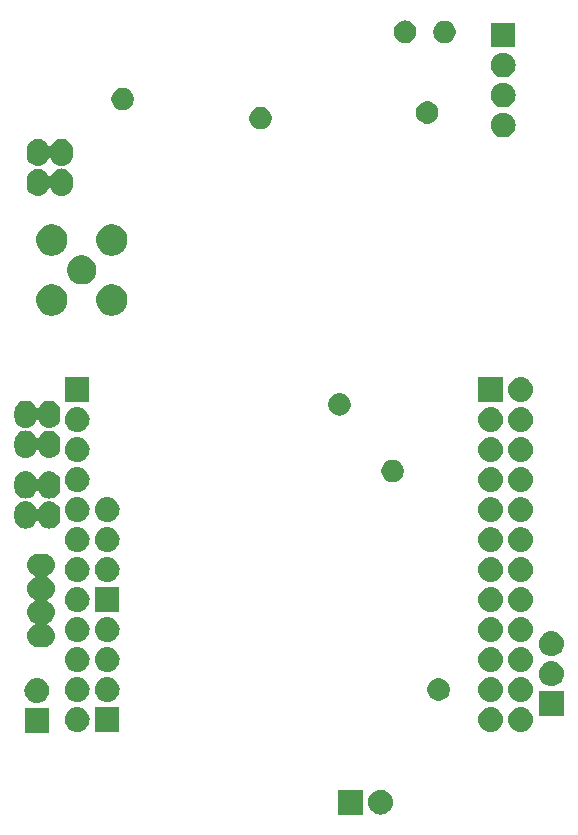
<source format=gbs>
G04 #@! TF.GenerationSoftware,KiCad,Pcbnew,5.0.2-bee76a0~70~ubuntu16.04.1*
G04 #@! TF.CreationDate,2020-11-05T00:34:30+01:00*
G04 #@! TF.ProjectId,WiRoc_NanoPi_v1,5769526f-635f-44e6-916e-6f50695f7631,rev?*
G04 #@! TF.SameCoordinates,Original*
G04 #@! TF.FileFunction,Soldermask,Bot*
G04 #@! TF.FilePolarity,Negative*
%FSLAX46Y46*%
G04 Gerber Fmt 4.6, Leading zero omitted, Abs format (unit mm)*
G04 Created by KiCad (PCBNEW 5.0.2-bee76a0~70~ubuntu16.04.1) date tor  5 nov 2020 00:34:30*
%MOMM*%
%LPD*%
G01*
G04 APERTURE LIST*
%ADD10C,0.100000*%
G04 APERTURE END LIST*
D10*
G36*
X79430107Y-112159396D02*
X79507236Y-112166993D01*
X79639187Y-112207020D01*
X79705163Y-112227033D01*
X79887572Y-112324533D01*
X80047454Y-112455746D01*
X80178667Y-112615628D01*
X80276167Y-112798037D01*
X80276167Y-112798038D01*
X80336207Y-112995964D01*
X80356480Y-113201800D01*
X80336207Y-113407636D01*
X80296180Y-113539587D01*
X80276167Y-113605563D01*
X80178667Y-113787972D01*
X80047454Y-113947854D01*
X79887572Y-114079067D01*
X79705163Y-114176567D01*
X79639187Y-114196580D01*
X79507236Y-114236607D01*
X79430107Y-114244204D01*
X79352980Y-114251800D01*
X79249820Y-114251800D01*
X79172693Y-114244204D01*
X79095564Y-114236607D01*
X78963613Y-114196580D01*
X78897637Y-114176567D01*
X78715228Y-114079067D01*
X78555346Y-113947854D01*
X78424133Y-113787972D01*
X78326633Y-113605563D01*
X78306620Y-113539587D01*
X78266593Y-113407636D01*
X78246320Y-113201800D01*
X78266593Y-112995964D01*
X78326633Y-112798038D01*
X78326633Y-112798037D01*
X78424133Y-112615628D01*
X78555346Y-112455746D01*
X78715228Y-112324533D01*
X78897637Y-112227033D01*
X78963613Y-112207020D01*
X79095564Y-112166993D01*
X79172693Y-112159396D01*
X79249820Y-112151800D01*
X79352980Y-112151800D01*
X79430107Y-112159396D01*
X79430107Y-112159396D01*
G37*
G36*
X77811400Y-114251800D02*
X75711400Y-114251800D01*
X75711400Y-112151800D01*
X77811400Y-112151800D01*
X77811400Y-114251800D01*
X77811400Y-114251800D01*
G37*
G36*
X51260000Y-107340000D02*
X49160000Y-107340000D01*
X49160000Y-105240000D01*
X51260000Y-105240000D01*
X51260000Y-107340000D01*
X51260000Y-107340000D01*
G37*
G36*
X53738707Y-105162597D02*
X53815836Y-105170193D01*
X53947787Y-105210220D01*
X54013763Y-105230233D01*
X54196172Y-105327733D01*
X54356054Y-105458946D01*
X54487267Y-105618828D01*
X54584767Y-105801237D01*
X54584767Y-105801238D01*
X54644807Y-105999164D01*
X54665080Y-106205000D01*
X54644807Y-106410836D01*
X54604780Y-106542787D01*
X54584767Y-106608763D01*
X54487267Y-106791172D01*
X54356054Y-106951054D01*
X54196172Y-107082267D01*
X54013763Y-107179767D01*
X53947787Y-107199780D01*
X53815836Y-107239807D01*
X53738707Y-107247403D01*
X53661580Y-107255000D01*
X53558420Y-107255000D01*
X53481293Y-107247403D01*
X53404164Y-107239807D01*
X53272213Y-107199780D01*
X53206237Y-107179767D01*
X53023828Y-107082267D01*
X52863946Y-106951054D01*
X52732733Y-106791172D01*
X52635233Y-106608763D01*
X52615220Y-106542787D01*
X52575193Y-106410836D01*
X52554920Y-106205000D01*
X52575193Y-105999164D01*
X52635233Y-105801238D01*
X52635233Y-105801237D01*
X52732733Y-105618828D01*
X52863946Y-105458946D01*
X53023828Y-105327733D01*
X53206237Y-105230233D01*
X53272213Y-105210220D01*
X53404164Y-105170193D01*
X53481293Y-105162597D01*
X53558420Y-105155000D01*
X53661580Y-105155000D01*
X53738707Y-105162597D01*
X53738707Y-105162597D01*
G37*
G36*
X91288707Y-105162597D02*
X91365836Y-105170193D01*
X91497787Y-105210220D01*
X91563763Y-105230233D01*
X91746172Y-105327733D01*
X91906054Y-105458946D01*
X92037267Y-105618828D01*
X92134767Y-105801237D01*
X92134767Y-105801238D01*
X92194807Y-105999164D01*
X92215080Y-106205000D01*
X92194807Y-106410836D01*
X92154780Y-106542787D01*
X92134767Y-106608763D01*
X92037267Y-106791172D01*
X91906054Y-106951054D01*
X91746172Y-107082267D01*
X91563763Y-107179767D01*
X91497787Y-107199780D01*
X91365836Y-107239807D01*
X91288707Y-107247403D01*
X91211580Y-107255000D01*
X91108420Y-107255000D01*
X91031293Y-107247403D01*
X90954164Y-107239807D01*
X90822213Y-107199780D01*
X90756237Y-107179767D01*
X90573828Y-107082267D01*
X90413946Y-106951054D01*
X90282733Y-106791172D01*
X90185233Y-106608763D01*
X90165220Y-106542787D01*
X90125193Y-106410836D01*
X90104920Y-106205000D01*
X90125193Y-105999164D01*
X90185233Y-105801238D01*
X90185233Y-105801237D01*
X90282733Y-105618828D01*
X90413946Y-105458946D01*
X90573828Y-105327733D01*
X90756237Y-105230233D01*
X90822213Y-105210220D01*
X90954164Y-105170193D01*
X91031293Y-105162597D01*
X91108420Y-105155000D01*
X91211580Y-105155000D01*
X91288707Y-105162597D01*
X91288707Y-105162597D01*
G37*
G36*
X57200000Y-107255000D02*
X55100000Y-107255000D01*
X55100000Y-105155000D01*
X57200000Y-105155000D01*
X57200000Y-107255000D01*
X57200000Y-107255000D01*
G37*
G36*
X88748707Y-105162597D02*
X88825836Y-105170193D01*
X88957787Y-105210220D01*
X89023763Y-105230233D01*
X89206172Y-105327733D01*
X89366054Y-105458946D01*
X89497267Y-105618828D01*
X89594767Y-105801237D01*
X89594767Y-105801238D01*
X89654807Y-105999164D01*
X89675080Y-106205000D01*
X89654807Y-106410836D01*
X89614780Y-106542787D01*
X89594767Y-106608763D01*
X89497267Y-106791172D01*
X89366054Y-106951054D01*
X89206172Y-107082267D01*
X89023763Y-107179767D01*
X88957787Y-107199780D01*
X88825836Y-107239807D01*
X88748707Y-107247403D01*
X88671580Y-107255000D01*
X88568420Y-107255000D01*
X88491293Y-107247403D01*
X88414164Y-107239807D01*
X88282213Y-107199780D01*
X88216237Y-107179767D01*
X88033828Y-107082267D01*
X87873946Y-106951054D01*
X87742733Y-106791172D01*
X87645233Y-106608763D01*
X87625220Y-106542787D01*
X87585193Y-106410836D01*
X87564920Y-106205000D01*
X87585193Y-105999164D01*
X87645233Y-105801238D01*
X87645233Y-105801237D01*
X87742733Y-105618828D01*
X87873946Y-105458946D01*
X88033828Y-105327733D01*
X88216237Y-105230233D01*
X88282213Y-105210220D01*
X88414164Y-105170193D01*
X88491293Y-105162597D01*
X88568420Y-105155000D01*
X88671580Y-105155000D01*
X88748707Y-105162597D01*
X88748707Y-105162597D01*
G37*
G36*
X94816700Y-105920600D02*
X92716700Y-105920600D01*
X92716700Y-103820600D01*
X94816700Y-103820600D01*
X94816700Y-105920600D01*
X94816700Y-105920600D01*
G37*
G36*
X50338707Y-102707597D02*
X50415836Y-102715193D01*
X50547787Y-102755220D01*
X50613763Y-102775233D01*
X50796172Y-102872733D01*
X50956054Y-103003946D01*
X51087267Y-103163828D01*
X51184767Y-103346237D01*
X51198672Y-103392078D01*
X51244807Y-103544164D01*
X51265080Y-103750000D01*
X51244807Y-103955836D01*
X51210551Y-104068762D01*
X51184767Y-104153763D01*
X51087267Y-104336172D01*
X50956054Y-104496054D01*
X50796172Y-104627267D01*
X50613763Y-104724767D01*
X50547787Y-104744780D01*
X50415836Y-104784807D01*
X50338707Y-104792403D01*
X50261580Y-104800000D01*
X50158420Y-104800000D01*
X50081293Y-104792403D01*
X50004164Y-104784807D01*
X49872213Y-104744780D01*
X49806237Y-104724767D01*
X49623828Y-104627267D01*
X49463946Y-104496054D01*
X49332733Y-104336172D01*
X49235233Y-104153763D01*
X49209449Y-104068762D01*
X49175193Y-103955836D01*
X49154920Y-103750000D01*
X49175193Y-103544164D01*
X49221328Y-103392078D01*
X49235233Y-103346237D01*
X49332733Y-103163828D01*
X49463946Y-103003946D01*
X49623828Y-102872733D01*
X49806237Y-102775233D01*
X49872213Y-102755220D01*
X50004164Y-102715193D01*
X50081293Y-102707597D01*
X50158420Y-102700000D01*
X50261580Y-102700000D01*
X50338707Y-102707597D01*
X50338707Y-102707597D01*
G37*
G36*
X53738707Y-102622597D02*
X53815836Y-102630193D01*
X53947787Y-102670220D01*
X54013763Y-102690233D01*
X54196172Y-102787733D01*
X54356054Y-102918946D01*
X54487267Y-103078828D01*
X54584767Y-103261237D01*
X54584767Y-103261238D01*
X54644807Y-103459164D01*
X54665080Y-103665000D01*
X54644807Y-103870836D01*
X54604780Y-104002787D01*
X54584767Y-104068763D01*
X54487267Y-104251172D01*
X54356054Y-104411054D01*
X54196172Y-104542267D01*
X54013763Y-104639767D01*
X53947787Y-104659780D01*
X53815836Y-104699807D01*
X53738707Y-104707404D01*
X53661580Y-104715000D01*
X53558420Y-104715000D01*
X53481293Y-104707404D01*
X53404164Y-104699807D01*
X53272213Y-104659780D01*
X53206237Y-104639767D01*
X53023828Y-104542267D01*
X52863946Y-104411054D01*
X52732733Y-104251172D01*
X52635233Y-104068763D01*
X52615220Y-104002787D01*
X52575193Y-103870836D01*
X52554920Y-103665000D01*
X52575193Y-103459164D01*
X52635233Y-103261238D01*
X52635233Y-103261237D01*
X52732733Y-103078828D01*
X52863946Y-102918946D01*
X53023828Y-102787733D01*
X53206237Y-102690233D01*
X53272213Y-102670220D01*
X53404164Y-102630193D01*
X53481293Y-102622597D01*
X53558420Y-102615000D01*
X53661580Y-102615000D01*
X53738707Y-102622597D01*
X53738707Y-102622597D01*
G37*
G36*
X56278707Y-102622597D02*
X56355836Y-102630193D01*
X56487787Y-102670220D01*
X56553763Y-102690233D01*
X56736172Y-102787733D01*
X56896054Y-102918946D01*
X57027267Y-103078828D01*
X57124767Y-103261237D01*
X57124767Y-103261238D01*
X57184807Y-103459164D01*
X57205080Y-103665000D01*
X57184807Y-103870836D01*
X57144780Y-104002787D01*
X57124767Y-104068763D01*
X57027267Y-104251172D01*
X56896054Y-104411054D01*
X56736172Y-104542267D01*
X56553763Y-104639767D01*
X56487787Y-104659780D01*
X56355836Y-104699807D01*
X56278707Y-104707404D01*
X56201580Y-104715000D01*
X56098420Y-104715000D01*
X56021293Y-104707404D01*
X55944164Y-104699807D01*
X55812213Y-104659780D01*
X55746237Y-104639767D01*
X55563828Y-104542267D01*
X55403946Y-104411054D01*
X55272733Y-104251172D01*
X55175233Y-104068763D01*
X55155220Y-104002787D01*
X55115193Y-103870836D01*
X55094920Y-103665000D01*
X55115193Y-103459164D01*
X55175233Y-103261238D01*
X55175233Y-103261237D01*
X55272733Y-103078828D01*
X55403946Y-102918946D01*
X55563828Y-102787733D01*
X55746237Y-102690233D01*
X55812213Y-102670220D01*
X55944164Y-102630193D01*
X56021293Y-102622597D01*
X56098420Y-102615000D01*
X56201580Y-102615000D01*
X56278707Y-102622597D01*
X56278707Y-102622597D01*
G37*
G36*
X91288707Y-102622597D02*
X91365836Y-102630193D01*
X91497787Y-102670220D01*
X91563763Y-102690233D01*
X91746172Y-102787733D01*
X91906054Y-102918946D01*
X92037267Y-103078828D01*
X92134767Y-103261237D01*
X92134767Y-103261238D01*
X92194807Y-103459164D01*
X92215080Y-103665000D01*
X92194807Y-103870836D01*
X92154780Y-104002787D01*
X92134767Y-104068763D01*
X92037267Y-104251172D01*
X91906054Y-104411054D01*
X91746172Y-104542267D01*
X91563763Y-104639767D01*
X91497787Y-104659780D01*
X91365836Y-104699807D01*
X91288707Y-104707404D01*
X91211580Y-104715000D01*
X91108420Y-104715000D01*
X91031293Y-104707404D01*
X90954164Y-104699807D01*
X90822213Y-104659780D01*
X90756237Y-104639767D01*
X90573828Y-104542267D01*
X90413946Y-104411054D01*
X90282733Y-104251172D01*
X90185233Y-104068763D01*
X90165220Y-104002787D01*
X90125193Y-103870836D01*
X90104920Y-103665000D01*
X90125193Y-103459164D01*
X90185233Y-103261238D01*
X90185233Y-103261237D01*
X90282733Y-103078828D01*
X90413946Y-102918946D01*
X90573828Y-102787733D01*
X90756237Y-102690233D01*
X90822213Y-102670220D01*
X90954164Y-102630193D01*
X91031293Y-102622597D01*
X91108420Y-102615000D01*
X91211580Y-102615000D01*
X91288707Y-102622597D01*
X91288707Y-102622597D01*
G37*
G36*
X88748707Y-102622597D02*
X88825836Y-102630193D01*
X88957787Y-102670220D01*
X89023763Y-102690233D01*
X89206172Y-102787733D01*
X89366054Y-102918946D01*
X89497267Y-103078828D01*
X89594767Y-103261237D01*
X89594767Y-103261238D01*
X89654807Y-103459164D01*
X89675080Y-103665000D01*
X89654807Y-103870836D01*
X89614780Y-104002787D01*
X89594767Y-104068763D01*
X89497267Y-104251172D01*
X89366054Y-104411054D01*
X89206172Y-104542267D01*
X89023763Y-104639767D01*
X88957787Y-104659780D01*
X88825836Y-104699807D01*
X88748707Y-104707404D01*
X88671580Y-104715000D01*
X88568420Y-104715000D01*
X88491293Y-104707404D01*
X88414164Y-104699807D01*
X88282213Y-104659780D01*
X88216237Y-104639767D01*
X88033828Y-104542267D01*
X87873946Y-104411054D01*
X87742733Y-104251172D01*
X87645233Y-104068763D01*
X87625220Y-104002787D01*
X87585193Y-103870836D01*
X87564920Y-103665000D01*
X87585193Y-103459164D01*
X87645233Y-103261238D01*
X87645233Y-103261237D01*
X87742733Y-103078828D01*
X87873946Y-102918946D01*
X88033828Y-102787733D01*
X88216237Y-102690233D01*
X88282213Y-102670220D01*
X88414164Y-102630193D01*
X88491293Y-102622597D01*
X88568420Y-102615000D01*
X88671580Y-102615000D01*
X88748707Y-102622597D01*
X88748707Y-102622597D01*
G37*
G36*
X84360832Y-102728307D02*
X84498485Y-102755688D01*
X84671374Y-102827301D01*
X84826970Y-102931267D01*
X84959293Y-103063590D01*
X85063259Y-103219186D01*
X85134872Y-103392075D01*
X85171380Y-103575613D01*
X85171380Y-103762747D01*
X85134872Y-103946285D01*
X85063259Y-104119174D01*
X84959293Y-104274770D01*
X84826970Y-104407093D01*
X84671374Y-104511059D01*
X84498485Y-104582672D01*
X84360831Y-104610053D01*
X84314948Y-104619180D01*
X84127812Y-104619180D01*
X84081929Y-104610053D01*
X83944275Y-104582672D01*
X83771386Y-104511059D01*
X83615790Y-104407093D01*
X83483467Y-104274770D01*
X83379501Y-104119174D01*
X83307888Y-103946285D01*
X83271380Y-103762747D01*
X83271380Y-103575613D01*
X83307888Y-103392075D01*
X83379501Y-103219186D01*
X83483467Y-103063590D01*
X83615790Y-102931267D01*
X83771386Y-102827301D01*
X83944275Y-102755688D01*
X84081928Y-102728307D01*
X84127812Y-102719180D01*
X84314948Y-102719180D01*
X84360832Y-102728307D01*
X84360832Y-102728307D01*
G37*
G36*
X93895407Y-101288197D02*
X93972536Y-101295793D01*
X94104487Y-101335820D01*
X94170463Y-101355833D01*
X94352872Y-101453333D01*
X94512754Y-101584546D01*
X94643967Y-101744428D01*
X94741467Y-101926837D01*
X94741467Y-101926838D01*
X94801507Y-102124764D01*
X94821780Y-102330600D01*
X94801507Y-102536436D01*
X94777675Y-102615000D01*
X94741467Y-102734363D01*
X94643967Y-102916772D01*
X94512754Y-103076654D01*
X94352872Y-103207867D01*
X94170463Y-103305367D01*
X94104487Y-103325380D01*
X93972536Y-103365407D01*
X93895407Y-103373004D01*
X93818280Y-103380600D01*
X93715120Y-103380600D01*
X93637993Y-103373004D01*
X93560864Y-103365407D01*
X93428913Y-103325380D01*
X93362937Y-103305367D01*
X93180528Y-103207867D01*
X93020646Y-103076654D01*
X92889433Y-102916772D01*
X92791933Y-102734363D01*
X92755725Y-102615000D01*
X92731893Y-102536436D01*
X92711620Y-102330600D01*
X92731893Y-102124764D01*
X92791933Y-101926838D01*
X92791933Y-101926837D01*
X92889433Y-101744428D01*
X93020646Y-101584546D01*
X93180528Y-101453333D01*
X93362937Y-101355833D01*
X93428913Y-101335820D01*
X93560864Y-101295793D01*
X93637993Y-101288197D01*
X93715120Y-101280600D01*
X93818280Y-101280600D01*
X93895407Y-101288197D01*
X93895407Y-101288197D01*
G37*
G36*
X56278707Y-100082597D02*
X56355836Y-100090193D01*
X56487787Y-100130220D01*
X56553763Y-100150233D01*
X56736172Y-100247733D01*
X56896054Y-100378946D01*
X57027267Y-100538828D01*
X57124767Y-100721237D01*
X57124767Y-100721238D01*
X57184807Y-100919164D01*
X57205080Y-101125000D01*
X57184807Y-101330836D01*
X57177224Y-101355833D01*
X57124767Y-101528763D01*
X57027267Y-101711172D01*
X56896054Y-101871054D01*
X56736172Y-102002267D01*
X56553763Y-102099767D01*
X56487787Y-102119780D01*
X56355836Y-102159807D01*
X56278707Y-102167404D01*
X56201580Y-102175000D01*
X56098420Y-102175000D01*
X56021293Y-102167404D01*
X55944164Y-102159807D01*
X55812213Y-102119780D01*
X55746237Y-102099767D01*
X55563828Y-102002267D01*
X55403946Y-101871054D01*
X55272733Y-101711172D01*
X55175233Y-101528763D01*
X55122776Y-101355833D01*
X55115193Y-101330836D01*
X55094920Y-101125000D01*
X55115193Y-100919164D01*
X55175233Y-100721238D01*
X55175233Y-100721237D01*
X55272733Y-100538828D01*
X55403946Y-100378946D01*
X55563828Y-100247733D01*
X55746237Y-100150233D01*
X55812213Y-100130220D01*
X55944164Y-100090193D01*
X56021293Y-100082597D01*
X56098420Y-100075000D01*
X56201580Y-100075000D01*
X56278707Y-100082597D01*
X56278707Y-100082597D01*
G37*
G36*
X88748707Y-100082597D02*
X88825836Y-100090193D01*
X88957787Y-100130220D01*
X89023763Y-100150233D01*
X89206172Y-100247733D01*
X89366054Y-100378946D01*
X89497267Y-100538828D01*
X89594767Y-100721237D01*
X89594767Y-100721238D01*
X89654807Y-100919164D01*
X89675080Y-101125000D01*
X89654807Y-101330836D01*
X89647224Y-101355833D01*
X89594767Y-101528763D01*
X89497267Y-101711172D01*
X89366054Y-101871054D01*
X89206172Y-102002267D01*
X89023763Y-102099767D01*
X88957787Y-102119780D01*
X88825836Y-102159807D01*
X88748707Y-102167404D01*
X88671580Y-102175000D01*
X88568420Y-102175000D01*
X88491293Y-102167404D01*
X88414164Y-102159807D01*
X88282213Y-102119780D01*
X88216237Y-102099767D01*
X88033828Y-102002267D01*
X87873946Y-101871054D01*
X87742733Y-101711172D01*
X87645233Y-101528763D01*
X87592776Y-101355833D01*
X87585193Y-101330836D01*
X87564920Y-101125000D01*
X87585193Y-100919164D01*
X87645233Y-100721238D01*
X87645233Y-100721237D01*
X87742733Y-100538828D01*
X87873946Y-100378946D01*
X88033828Y-100247733D01*
X88216237Y-100150233D01*
X88282213Y-100130220D01*
X88414164Y-100090193D01*
X88491293Y-100082597D01*
X88568420Y-100075000D01*
X88671580Y-100075000D01*
X88748707Y-100082597D01*
X88748707Y-100082597D01*
G37*
G36*
X91288707Y-100082597D02*
X91365836Y-100090193D01*
X91497787Y-100130220D01*
X91563763Y-100150233D01*
X91746172Y-100247733D01*
X91906054Y-100378946D01*
X92037267Y-100538828D01*
X92134767Y-100721237D01*
X92134767Y-100721238D01*
X92194807Y-100919164D01*
X92215080Y-101125000D01*
X92194807Y-101330836D01*
X92187224Y-101355833D01*
X92134767Y-101528763D01*
X92037267Y-101711172D01*
X91906054Y-101871054D01*
X91746172Y-102002267D01*
X91563763Y-102099767D01*
X91497787Y-102119780D01*
X91365836Y-102159807D01*
X91288707Y-102167404D01*
X91211580Y-102175000D01*
X91108420Y-102175000D01*
X91031293Y-102167404D01*
X90954164Y-102159807D01*
X90822213Y-102119780D01*
X90756237Y-102099767D01*
X90573828Y-102002267D01*
X90413946Y-101871054D01*
X90282733Y-101711172D01*
X90185233Y-101528763D01*
X90132776Y-101355833D01*
X90125193Y-101330836D01*
X90104920Y-101125000D01*
X90125193Y-100919164D01*
X90185233Y-100721238D01*
X90185233Y-100721237D01*
X90282733Y-100538828D01*
X90413946Y-100378946D01*
X90573828Y-100247733D01*
X90756237Y-100150233D01*
X90822213Y-100130220D01*
X90954164Y-100090193D01*
X91031293Y-100082597D01*
X91108420Y-100075000D01*
X91211580Y-100075000D01*
X91288707Y-100082597D01*
X91288707Y-100082597D01*
G37*
G36*
X53738707Y-100082597D02*
X53815836Y-100090193D01*
X53947787Y-100130220D01*
X54013763Y-100150233D01*
X54196172Y-100247733D01*
X54356054Y-100378946D01*
X54487267Y-100538828D01*
X54584767Y-100721237D01*
X54584767Y-100721238D01*
X54644807Y-100919164D01*
X54665080Y-101125000D01*
X54644807Y-101330836D01*
X54637224Y-101355833D01*
X54584767Y-101528763D01*
X54487267Y-101711172D01*
X54356054Y-101871054D01*
X54196172Y-102002267D01*
X54013763Y-102099767D01*
X53947787Y-102119780D01*
X53815836Y-102159807D01*
X53738707Y-102167404D01*
X53661580Y-102175000D01*
X53558420Y-102175000D01*
X53481293Y-102167404D01*
X53404164Y-102159807D01*
X53272213Y-102119780D01*
X53206237Y-102099767D01*
X53023828Y-102002267D01*
X52863946Y-101871054D01*
X52732733Y-101711172D01*
X52635233Y-101528763D01*
X52582776Y-101355833D01*
X52575193Y-101330836D01*
X52554920Y-101125000D01*
X52575193Y-100919164D01*
X52635233Y-100721238D01*
X52635233Y-100721237D01*
X52732733Y-100538828D01*
X52863946Y-100378946D01*
X53023828Y-100247733D01*
X53206237Y-100150233D01*
X53272213Y-100130220D01*
X53404164Y-100090193D01*
X53481293Y-100082597D01*
X53558420Y-100075000D01*
X53661580Y-100075000D01*
X53738707Y-100082597D01*
X53738707Y-100082597D01*
G37*
G36*
X93895407Y-98748196D02*
X93972536Y-98755793D01*
X94104487Y-98795820D01*
X94170463Y-98815833D01*
X94352872Y-98913333D01*
X94512754Y-99044546D01*
X94643967Y-99204428D01*
X94741467Y-99386837D01*
X94741467Y-99386838D01*
X94801507Y-99584764D01*
X94821780Y-99790600D01*
X94801507Y-99996436D01*
X94777675Y-100075000D01*
X94741467Y-100194363D01*
X94643967Y-100376772D01*
X94512754Y-100536654D01*
X94352872Y-100667867D01*
X94170463Y-100765367D01*
X94104487Y-100785380D01*
X93972536Y-100825407D01*
X93895407Y-100833004D01*
X93818280Y-100840600D01*
X93715120Y-100840600D01*
X93637993Y-100833003D01*
X93560864Y-100825407D01*
X93428913Y-100785380D01*
X93362937Y-100765367D01*
X93180528Y-100667867D01*
X93020646Y-100536654D01*
X92889433Y-100376772D01*
X92791933Y-100194363D01*
X92755725Y-100075000D01*
X92731893Y-99996436D01*
X92711620Y-99790600D01*
X92731893Y-99584764D01*
X92791933Y-99386838D01*
X92791933Y-99386837D01*
X92889433Y-99204428D01*
X93020646Y-99044546D01*
X93180528Y-98913333D01*
X93362937Y-98815833D01*
X93428913Y-98795820D01*
X93560864Y-98755793D01*
X93637993Y-98748196D01*
X93715120Y-98740600D01*
X93818280Y-98740600D01*
X93895407Y-98748196D01*
X93895407Y-98748196D01*
G37*
G36*
X50997532Y-92180746D02*
X51087070Y-92207907D01*
X51176609Y-92235068D01*
X51341647Y-92323283D01*
X51486301Y-92441999D01*
X51605017Y-92586653D01*
X51693232Y-92751691D01*
X51720393Y-92841230D01*
X51747554Y-92930768D01*
X51764344Y-93101238D01*
X51765896Y-93117000D01*
X51747554Y-93303231D01*
X51693232Y-93482309D01*
X51605017Y-93647347D01*
X51486301Y-93792001D01*
X51341647Y-93910717D01*
X51171900Y-94001449D01*
X51159077Y-94006760D01*
X51138703Y-94020374D01*
X51121376Y-94037702D01*
X51107762Y-94058076D01*
X51098385Y-94080716D01*
X51093605Y-94104749D01*
X51093605Y-94129253D01*
X51098386Y-94153287D01*
X51107763Y-94175926D01*
X51121377Y-94196300D01*
X51138705Y-94213627D01*
X51159079Y-94227241D01*
X51171901Y-94232552D01*
X51341647Y-94323283D01*
X51486301Y-94441999D01*
X51605017Y-94586653D01*
X51693232Y-94751691D01*
X51747554Y-94930769D01*
X51765896Y-95117000D01*
X51747554Y-95303231D01*
X51693232Y-95482309D01*
X51605017Y-95647347D01*
X51486301Y-95792001D01*
X51341647Y-95910717D01*
X51171900Y-96001449D01*
X51159077Y-96006760D01*
X51138703Y-96020374D01*
X51121376Y-96037702D01*
X51107762Y-96058076D01*
X51098385Y-96080716D01*
X51093605Y-96104749D01*
X51093605Y-96129253D01*
X51098386Y-96153287D01*
X51107763Y-96175926D01*
X51121377Y-96196300D01*
X51138705Y-96213627D01*
X51159079Y-96227241D01*
X51171901Y-96232552D01*
X51341647Y-96323283D01*
X51486301Y-96441999D01*
X51605017Y-96586653D01*
X51693232Y-96751691D01*
X51693232Y-96751692D01*
X51747554Y-96930768D01*
X51762233Y-97079807D01*
X51765896Y-97117000D01*
X51747554Y-97303231D01*
X51693232Y-97482309D01*
X51605017Y-97647347D01*
X51486301Y-97792001D01*
X51341647Y-97910717D01*
X51171900Y-98001449D01*
X51159077Y-98006760D01*
X51138703Y-98020374D01*
X51121376Y-98037702D01*
X51107762Y-98058076D01*
X51098385Y-98080716D01*
X51093605Y-98104749D01*
X51093605Y-98129253D01*
X51098386Y-98153287D01*
X51107763Y-98175926D01*
X51121377Y-98196300D01*
X51138705Y-98213627D01*
X51159079Y-98227241D01*
X51171901Y-98232552D01*
X51341647Y-98323283D01*
X51486301Y-98441999D01*
X51605017Y-98586653D01*
X51693232Y-98751691D01*
X51747554Y-98930769D01*
X51765896Y-99117000D01*
X51747554Y-99303231D01*
X51693232Y-99482309D01*
X51605017Y-99647347D01*
X51486301Y-99792001D01*
X51341647Y-99910717D01*
X51176609Y-99998932D01*
X51087070Y-100026093D01*
X50997532Y-100053254D01*
X50927748Y-100060127D01*
X50857966Y-100067000D01*
X50264634Y-100067000D01*
X50194852Y-100060127D01*
X50125068Y-100053254D01*
X50035530Y-100026093D01*
X49945991Y-99998932D01*
X49780953Y-99910717D01*
X49636299Y-99792001D01*
X49517583Y-99647347D01*
X49429368Y-99482309D01*
X49375046Y-99303231D01*
X49356704Y-99117000D01*
X49375046Y-98930769D01*
X49429368Y-98751691D01*
X49517583Y-98586653D01*
X49636299Y-98441999D01*
X49780953Y-98323283D01*
X49950700Y-98232551D01*
X49963523Y-98227240D01*
X49983897Y-98213626D01*
X50001224Y-98196298D01*
X50014838Y-98175924D01*
X50024215Y-98153284D01*
X50028995Y-98129251D01*
X50028995Y-98104747D01*
X50024214Y-98080713D01*
X50014837Y-98058074D01*
X50001223Y-98037700D01*
X49983895Y-98020373D01*
X49963521Y-98006759D01*
X49950699Y-98001448D01*
X49780953Y-97910717D01*
X49636299Y-97792001D01*
X49517583Y-97647347D01*
X49429368Y-97482309D01*
X49375046Y-97303231D01*
X49356704Y-97117000D01*
X49360367Y-97079807D01*
X49375046Y-96930768D01*
X49429368Y-96751692D01*
X49429368Y-96751691D01*
X49517583Y-96586653D01*
X49636299Y-96441999D01*
X49780953Y-96323283D01*
X49950700Y-96232551D01*
X49963523Y-96227240D01*
X49983897Y-96213626D01*
X50001224Y-96196298D01*
X50014838Y-96175924D01*
X50024215Y-96153284D01*
X50028995Y-96129251D01*
X50028995Y-96104747D01*
X50024214Y-96080713D01*
X50014837Y-96058074D01*
X50001223Y-96037700D01*
X49983895Y-96020373D01*
X49963521Y-96006759D01*
X49950699Y-96001448D01*
X49780953Y-95910717D01*
X49636299Y-95792001D01*
X49517583Y-95647347D01*
X49429368Y-95482309D01*
X49375046Y-95303231D01*
X49356704Y-95117000D01*
X49375046Y-94930769D01*
X49429368Y-94751691D01*
X49517583Y-94586653D01*
X49636299Y-94441999D01*
X49780953Y-94323283D01*
X49950700Y-94232551D01*
X49963523Y-94227240D01*
X49983897Y-94213626D01*
X50001224Y-94196298D01*
X50014838Y-94175924D01*
X50024215Y-94153284D01*
X50028995Y-94129251D01*
X50028995Y-94104747D01*
X50024214Y-94080713D01*
X50014837Y-94058074D01*
X50001223Y-94037700D01*
X49983895Y-94020373D01*
X49963521Y-94006759D01*
X49950699Y-94001448D01*
X49780953Y-93910717D01*
X49636299Y-93792001D01*
X49517583Y-93647347D01*
X49429368Y-93482309D01*
X49375046Y-93303231D01*
X49356704Y-93117000D01*
X49358256Y-93101238D01*
X49375046Y-92930768D01*
X49402207Y-92841230D01*
X49429368Y-92751691D01*
X49517583Y-92586653D01*
X49636299Y-92441999D01*
X49780953Y-92323283D01*
X49945991Y-92235068D01*
X50035530Y-92207907D01*
X50125068Y-92180746D01*
X50264634Y-92167000D01*
X50857966Y-92167000D01*
X50997532Y-92180746D01*
X50997532Y-92180746D01*
G37*
G36*
X88748707Y-97542596D02*
X88825836Y-97550193D01*
X88957787Y-97590220D01*
X89023763Y-97610233D01*
X89206172Y-97707733D01*
X89366054Y-97838946D01*
X89497267Y-97998828D01*
X89594767Y-98181237D01*
X89599336Y-98196300D01*
X89654807Y-98379164D01*
X89675080Y-98585000D01*
X89654807Y-98790836D01*
X89647224Y-98815833D01*
X89594767Y-98988763D01*
X89497267Y-99171172D01*
X89366054Y-99331054D01*
X89206172Y-99462267D01*
X89023763Y-99559767D01*
X88957787Y-99579780D01*
X88825836Y-99619807D01*
X88748707Y-99627404D01*
X88671580Y-99635000D01*
X88568420Y-99635000D01*
X88491293Y-99627404D01*
X88414164Y-99619807D01*
X88282213Y-99579780D01*
X88216237Y-99559767D01*
X88033828Y-99462267D01*
X87873946Y-99331054D01*
X87742733Y-99171172D01*
X87645233Y-98988763D01*
X87592776Y-98815833D01*
X87585193Y-98790836D01*
X87564920Y-98585000D01*
X87585193Y-98379164D01*
X87640664Y-98196300D01*
X87645233Y-98181237D01*
X87742733Y-97998828D01*
X87873946Y-97838946D01*
X88033828Y-97707733D01*
X88216237Y-97610233D01*
X88282213Y-97590220D01*
X88414164Y-97550193D01*
X88491293Y-97542596D01*
X88568420Y-97535000D01*
X88671580Y-97535000D01*
X88748707Y-97542596D01*
X88748707Y-97542596D01*
G37*
G36*
X53738707Y-97542596D02*
X53815836Y-97550193D01*
X53947787Y-97590220D01*
X54013763Y-97610233D01*
X54196172Y-97707733D01*
X54356054Y-97838946D01*
X54487267Y-97998828D01*
X54584767Y-98181237D01*
X54589336Y-98196300D01*
X54644807Y-98379164D01*
X54665080Y-98585000D01*
X54644807Y-98790836D01*
X54637224Y-98815833D01*
X54584767Y-98988763D01*
X54487267Y-99171172D01*
X54356054Y-99331054D01*
X54196172Y-99462267D01*
X54013763Y-99559767D01*
X53947787Y-99579780D01*
X53815836Y-99619807D01*
X53738707Y-99627404D01*
X53661580Y-99635000D01*
X53558420Y-99635000D01*
X53481293Y-99627404D01*
X53404164Y-99619807D01*
X53272213Y-99579780D01*
X53206237Y-99559767D01*
X53023828Y-99462267D01*
X52863946Y-99331054D01*
X52732733Y-99171172D01*
X52635233Y-98988763D01*
X52582776Y-98815833D01*
X52575193Y-98790836D01*
X52554920Y-98585000D01*
X52575193Y-98379164D01*
X52630664Y-98196300D01*
X52635233Y-98181237D01*
X52732733Y-97998828D01*
X52863946Y-97838946D01*
X53023828Y-97707733D01*
X53206237Y-97610233D01*
X53272213Y-97590220D01*
X53404164Y-97550193D01*
X53481293Y-97542596D01*
X53558420Y-97535000D01*
X53661580Y-97535000D01*
X53738707Y-97542596D01*
X53738707Y-97542596D01*
G37*
G36*
X56278707Y-97542596D02*
X56355836Y-97550193D01*
X56487787Y-97590220D01*
X56553763Y-97610233D01*
X56736172Y-97707733D01*
X56896054Y-97838946D01*
X57027267Y-97998828D01*
X57124767Y-98181237D01*
X57129336Y-98196300D01*
X57184807Y-98379164D01*
X57205080Y-98585000D01*
X57184807Y-98790836D01*
X57177224Y-98815833D01*
X57124767Y-98988763D01*
X57027267Y-99171172D01*
X56896054Y-99331054D01*
X56736172Y-99462267D01*
X56553763Y-99559767D01*
X56487787Y-99579780D01*
X56355836Y-99619807D01*
X56278707Y-99627404D01*
X56201580Y-99635000D01*
X56098420Y-99635000D01*
X56021293Y-99627404D01*
X55944164Y-99619807D01*
X55812213Y-99579780D01*
X55746237Y-99559767D01*
X55563828Y-99462267D01*
X55403946Y-99331054D01*
X55272733Y-99171172D01*
X55175233Y-98988763D01*
X55122776Y-98815833D01*
X55115193Y-98790836D01*
X55094920Y-98585000D01*
X55115193Y-98379164D01*
X55170664Y-98196300D01*
X55175233Y-98181237D01*
X55272733Y-97998828D01*
X55403946Y-97838946D01*
X55563828Y-97707733D01*
X55746237Y-97610233D01*
X55812213Y-97590220D01*
X55944164Y-97550193D01*
X56021293Y-97542596D01*
X56098420Y-97535000D01*
X56201580Y-97535000D01*
X56278707Y-97542596D01*
X56278707Y-97542596D01*
G37*
G36*
X91288707Y-97542596D02*
X91365836Y-97550193D01*
X91497787Y-97590220D01*
X91563763Y-97610233D01*
X91746172Y-97707733D01*
X91906054Y-97838946D01*
X92037267Y-97998828D01*
X92134767Y-98181237D01*
X92139336Y-98196300D01*
X92194807Y-98379164D01*
X92215080Y-98585000D01*
X92194807Y-98790836D01*
X92187224Y-98815833D01*
X92134767Y-98988763D01*
X92037267Y-99171172D01*
X91906054Y-99331054D01*
X91746172Y-99462267D01*
X91563763Y-99559767D01*
X91497787Y-99579780D01*
X91365836Y-99619807D01*
X91288707Y-99627404D01*
X91211580Y-99635000D01*
X91108420Y-99635000D01*
X91031293Y-99627404D01*
X90954164Y-99619807D01*
X90822213Y-99579780D01*
X90756237Y-99559767D01*
X90573828Y-99462267D01*
X90413946Y-99331054D01*
X90282733Y-99171172D01*
X90185233Y-98988763D01*
X90132776Y-98815833D01*
X90125193Y-98790836D01*
X90104920Y-98585000D01*
X90125193Y-98379164D01*
X90180664Y-98196300D01*
X90185233Y-98181237D01*
X90282733Y-97998828D01*
X90413946Y-97838946D01*
X90573828Y-97707733D01*
X90756237Y-97610233D01*
X90822213Y-97590220D01*
X90954164Y-97550193D01*
X91031293Y-97542596D01*
X91108420Y-97535000D01*
X91211580Y-97535000D01*
X91288707Y-97542596D01*
X91288707Y-97542596D01*
G37*
G36*
X88748707Y-95002596D02*
X88825836Y-95010193D01*
X88957787Y-95050220D01*
X89023763Y-95070233D01*
X89206172Y-95167733D01*
X89366054Y-95298946D01*
X89497267Y-95458828D01*
X89594767Y-95641237D01*
X89594767Y-95641238D01*
X89654807Y-95839164D01*
X89675080Y-96045000D01*
X89654807Y-96250836D01*
X89614780Y-96382787D01*
X89594767Y-96448763D01*
X89497267Y-96631172D01*
X89366054Y-96791054D01*
X89206172Y-96922267D01*
X89023763Y-97019767D01*
X88957787Y-97039780D01*
X88825836Y-97079807D01*
X88748707Y-97087404D01*
X88671580Y-97095000D01*
X88568420Y-97095000D01*
X88491293Y-97087404D01*
X88414164Y-97079807D01*
X88282213Y-97039780D01*
X88216237Y-97019767D01*
X88033828Y-96922267D01*
X87873946Y-96791054D01*
X87742733Y-96631172D01*
X87645233Y-96448763D01*
X87625220Y-96382787D01*
X87585193Y-96250836D01*
X87564920Y-96045000D01*
X87585193Y-95839164D01*
X87645233Y-95641238D01*
X87645233Y-95641237D01*
X87742733Y-95458828D01*
X87873946Y-95298946D01*
X88033828Y-95167733D01*
X88216237Y-95070233D01*
X88282213Y-95050220D01*
X88414164Y-95010193D01*
X88491293Y-95002596D01*
X88568420Y-94995000D01*
X88671580Y-94995000D01*
X88748707Y-95002596D01*
X88748707Y-95002596D01*
G37*
G36*
X91288707Y-95002596D02*
X91365836Y-95010193D01*
X91497787Y-95050220D01*
X91563763Y-95070233D01*
X91746172Y-95167733D01*
X91906054Y-95298946D01*
X92037267Y-95458828D01*
X92134767Y-95641237D01*
X92134767Y-95641238D01*
X92194807Y-95839164D01*
X92215080Y-96045000D01*
X92194807Y-96250836D01*
X92154780Y-96382787D01*
X92134767Y-96448763D01*
X92037267Y-96631172D01*
X91906054Y-96791054D01*
X91746172Y-96922267D01*
X91563763Y-97019767D01*
X91497787Y-97039780D01*
X91365836Y-97079807D01*
X91288707Y-97087404D01*
X91211580Y-97095000D01*
X91108420Y-97095000D01*
X91031293Y-97087404D01*
X90954164Y-97079807D01*
X90822213Y-97039780D01*
X90756237Y-97019767D01*
X90573828Y-96922267D01*
X90413946Y-96791054D01*
X90282733Y-96631172D01*
X90185233Y-96448763D01*
X90165220Y-96382787D01*
X90125193Y-96250836D01*
X90104920Y-96045000D01*
X90125193Y-95839164D01*
X90185233Y-95641238D01*
X90185233Y-95641237D01*
X90282733Y-95458828D01*
X90413946Y-95298946D01*
X90573828Y-95167733D01*
X90756237Y-95070233D01*
X90822213Y-95050220D01*
X90954164Y-95010193D01*
X91031293Y-95002596D01*
X91108420Y-94995000D01*
X91211580Y-94995000D01*
X91288707Y-95002596D01*
X91288707Y-95002596D01*
G37*
G36*
X53738707Y-95002596D02*
X53815836Y-95010193D01*
X53947787Y-95050220D01*
X54013763Y-95070233D01*
X54196172Y-95167733D01*
X54356054Y-95298946D01*
X54487267Y-95458828D01*
X54584767Y-95641237D01*
X54584767Y-95641238D01*
X54644807Y-95839164D01*
X54665080Y-96045000D01*
X54644807Y-96250836D01*
X54604780Y-96382787D01*
X54584767Y-96448763D01*
X54487267Y-96631172D01*
X54356054Y-96791054D01*
X54196172Y-96922267D01*
X54013763Y-97019767D01*
X53947787Y-97039780D01*
X53815836Y-97079807D01*
X53738707Y-97087404D01*
X53661580Y-97095000D01*
X53558420Y-97095000D01*
X53481293Y-97087404D01*
X53404164Y-97079807D01*
X53272213Y-97039780D01*
X53206237Y-97019767D01*
X53023828Y-96922267D01*
X52863946Y-96791054D01*
X52732733Y-96631172D01*
X52635233Y-96448763D01*
X52615220Y-96382787D01*
X52575193Y-96250836D01*
X52554920Y-96045000D01*
X52575193Y-95839164D01*
X52635233Y-95641238D01*
X52635233Y-95641237D01*
X52732733Y-95458828D01*
X52863946Y-95298946D01*
X53023828Y-95167733D01*
X53206237Y-95070233D01*
X53272213Y-95050220D01*
X53404164Y-95010193D01*
X53481293Y-95002596D01*
X53558420Y-94995000D01*
X53661580Y-94995000D01*
X53738707Y-95002596D01*
X53738707Y-95002596D01*
G37*
G36*
X57200000Y-97095000D02*
X55100000Y-97095000D01*
X55100000Y-94995000D01*
X57200000Y-94995000D01*
X57200000Y-97095000D01*
X57200000Y-97095000D01*
G37*
G36*
X56278707Y-92462597D02*
X56355836Y-92470193D01*
X56487787Y-92510220D01*
X56553763Y-92530233D01*
X56736172Y-92627733D01*
X56896054Y-92758946D01*
X57027267Y-92918828D01*
X57124767Y-93101237D01*
X57144780Y-93167213D01*
X57184807Y-93299164D01*
X57205080Y-93505000D01*
X57184807Y-93710836D01*
X57160186Y-93792001D01*
X57124767Y-93908763D01*
X57027267Y-94091172D01*
X56896054Y-94251054D01*
X56736172Y-94382267D01*
X56553763Y-94479767D01*
X56487787Y-94499780D01*
X56355836Y-94539807D01*
X56278707Y-94547404D01*
X56201580Y-94555000D01*
X56098420Y-94555000D01*
X56021293Y-94547404D01*
X55944164Y-94539807D01*
X55812213Y-94499780D01*
X55746237Y-94479767D01*
X55563828Y-94382267D01*
X55403946Y-94251054D01*
X55272733Y-94091172D01*
X55175233Y-93908763D01*
X55139814Y-93792001D01*
X55115193Y-93710836D01*
X55094920Y-93505000D01*
X55115193Y-93299164D01*
X55155220Y-93167213D01*
X55175233Y-93101237D01*
X55272733Y-92918828D01*
X55403946Y-92758946D01*
X55563828Y-92627733D01*
X55746237Y-92530233D01*
X55812213Y-92510220D01*
X55944164Y-92470193D01*
X56021293Y-92462597D01*
X56098420Y-92455000D01*
X56201580Y-92455000D01*
X56278707Y-92462597D01*
X56278707Y-92462597D01*
G37*
G36*
X53738707Y-92462597D02*
X53815836Y-92470193D01*
X53947787Y-92510220D01*
X54013763Y-92530233D01*
X54196172Y-92627733D01*
X54356054Y-92758946D01*
X54487267Y-92918828D01*
X54584767Y-93101237D01*
X54604780Y-93167213D01*
X54644807Y-93299164D01*
X54665080Y-93505000D01*
X54644807Y-93710836D01*
X54620186Y-93792001D01*
X54584767Y-93908763D01*
X54487267Y-94091172D01*
X54356054Y-94251054D01*
X54196172Y-94382267D01*
X54013763Y-94479767D01*
X53947787Y-94499780D01*
X53815836Y-94539807D01*
X53738707Y-94547404D01*
X53661580Y-94555000D01*
X53558420Y-94555000D01*
X53481293Y-94547404D01*
X53404164Y-94539807D01*
X53272213Y-94499780D01*
X53206237Y-94479767D01*
X53023828Y-94382267D01*
X52863946Y-94251054D01*
X52732733Y-94091172D01*
X52635233Y-93908763D01*
X52599814Y-93792001D01*
X52575193Y-93710836D01*
X52554920Y-93505000D01*
X52575193Y-93299164D01*
X52615220Y-93167213D01*
X52635233Y-93101237D01*
X52732733Y-92918828D01*
X52863946Y-92758946D01*
X53023828Y-92627733D01*
X53206237Y-92530233D01*
X53272213Y-92510220D01*
X53404164Y-92470193D01*
X53481293Y-92462597D01*
X53558420Y-92455000D01*
X53661580Y-92455000D01*
X53738707Y-92462597D01*
X53738707Y-92462597D01*
G37*
G36*
X88748707Y-92462597D02*
X88825836Y-92470193D01*
X88957787Y-92510220D01*
X89023763Y-92530233D01*
X89206172Y-92627733D01*
X89366054Y-92758946D01*
X89497267Y-92918828D01*
X89594767Y-93101237D01*
X89614780Y-93167213D01*
X89654807Y-93299164D01*
X89675080Y-93505000D01*
X89654807Y-93710836D01*
X89630186Y-93792001D01*
X89594767Y-93908763D01*
X89497267Y-94091172D01*
X89366054Y-94251054D01*
X89206172Y-94382267D01*
X89023763Y-94479767D01*
X88957787Y-94499780D01*
X88825836Y-94539807D01*
X88748707Y-94547404D01*
X88671580Y-94555000D01*
X88568420Y-94555000D01*
X88491293Y-94547404D01*
X88414164Y-94539807D01*
X88282213Y-94499780D01*
X88216237Y-94479767D01*
X88033828Y-94382267D01*
X87873946Y-94251054D01*
X87742733Y-94091172D01*
X87645233Y-93908763D01*
X87609814Y-93792001D01*
X87585193Y-93710836D01*
X87564920Y-93505000D01*
X87585193Y-93299164D01*
X87625220Y-93167213D01*
X87645233Y-93101237D01*
X87742733Y-92918828D01*
X87873946Y-92758946D01*
X88033828Y-92627733D01*
X88216237Y-92530233D01*
X88282213Y-92510220D01*
X88414164Y-92470193D01*
X88491293Y-92462597D01*
X88568420Y-92455000D01*
X88671580Y-92455000D01*
X88748707Y-92462597D01*
X88748707Y-92462597D01*
G37*
G36*
X91288707Y-92462597D02*
X91365836Y-92470193D01*
X91497787Y-92510220D01*
X91563763Y-92530233D01*
X91746172Y-92627733D01*
X91906054Y-92758946D01*
X92037267Y-92918828D01*
X92134767Y-93101237D01*
X92154780Y-93167213D01*
X92194807Y-93299164D01*
X92215080Y-93505000D01*
X92194807Y-93710836D01*
X92170186Y-93792001D01*
X92134767Y-93908763D01*
X92037267Y-94091172D01*
X91906054Y-94251054D01*
X91746172Y-94382267D01*
X91563763Y-94479767D01*
X91497787Y-94499780D01*
X91365836Y-94539807D01*
X91288707Y-94547404D01*
X91211580Y-94555000D01*
X91108420Y-94555000D01*
X91031293Y-94547404D01*
X90954164Y-94539807D01*
X90822213Y-94499780D01*
X90756237Y-94479767D01*
X90573828Y-94382267D01*
X90413946Y-94251054D01*
X90282733Y-94091172D01*
X90185233Y-93908763D01*
X90149814Y-93792001D01*
X90125193Y-93710836D01*
X90104920Y-93505000D01*
X90125193Y-93299164D01*
X90165220Y-93167213D01*
X90185233Y-93101237D01*
X90282733Y-92918828D01*
X90413946Y-92758946D01*
X90573828Y-92627733D01*
X90756237Y-92530233D01*
X90822213Y-92510220D01*
X90954164Y-92470193D01*
X91031293Y-92462597D01*
X91108420Y-92455000D01*
X91211580Y-92455000D01*
X91288707Y-92462597D01*
X91288707Y-92462597D01*
G37*
G36*
X88748707Y-89922596D02*
X88825836Y-89930193D01*
X88934751Y-89963232D01*
X89023763Y-89990233D01*
X89206172Y-90087733D01*
X89366054Y-90218946D01*
X89497267Y-90378828D01*
X89594767Y-90561237D01*
X89594767Y-90561238D01*
X89654807Y-90759164D01*
X89675080Y-90965000D01*
X89654807Y-91170836D01*
X89614780Y-91302787D01*
X89594767Y-91368763D01*
X89497267Y-91551172D01*
X89366054Y-91711054D01*
X89206172Y-91842267D01*
X89023763Y-91939767D01*
X88957787Y-91959780D01*
X88825836Y-91999807D01*
X88748707Y-92007403D01*
X88671580Y-92015000D01*
X88568420Y-92015000D01*
X88491293Y-92007403D01*
X88414164Y-91999807D01*
X88282213Y-91959780D01*
X88216237Y-91939767D01*
X88033828Y-91842267D01*
X87873946Y-91711054D01*
X87742733Y-91551172D01*
X87645233Y-91368763D01*
X87625220Y-91302787D01*
X87585193Y-91170836D01*
X87564920Y-90965000D01*
X87585193Y-90759164D01*
X87645233Y-90561238D01*
X87645233Y-90561237D01*
X87742733Y-90378828D01*
X87873946Y-90218946D01*
X88033828Y-90087733D01*
X88216237Y-89990233D01*
X88305249Y-89963232D01*
X88414164Y-89930193D01*
X88491293Y-89922596D01*
X88568420Y-89915000D01*
X88671580Y-89915000D01*
X88748707Y-89922596D01*
X88748707Y-89922596D01*
G37*
G36*
X53738707Y-89922596D02*
X53815836Y-89930193D01*
X53924751Y-89963232D01*
X54013763Y-89990233D01*
X54196172Y-90087733D01*
X54356054Y-90218946D01*
X54487267Y-90378828D01*
X54584767Y-90561237D01*
X54584767Y-90561238D01*
X54644807Y-90759164D01*
X54665080Y-90965000D01*
X54644807Y-91170836D01*
X54604780Y-91302787D01*
X54584767Y-91368763D01*
X54487267Y-91551172D01*
X54356054Y-91711054D01*
X54196172Y-91842267D01*
X54013763Y-91939767D01*
X53947787Y-91959780D01*
X53815836Y-91999807D01*
X53738707Y-92007403D01*
X53661580Y-92015000D01*
X53558420Y-92015000D01*
X53481293Y-92007403D01*
X53404164Y-91999807D01*
X53272213Y-91959780D01*
X53206237Y-91939767D01*
X53023828Y-91842267D01*
X52863946Y-91711054D01*
X52732733Y-91551172D01*
X52635233Y-91368763D01*
X52615220Y-91302787D01*
X52575193Y-91170836D01*
X52554920Y-90965000D01*
X52575193Y-90759164D01*
X52635233Y-90561238D01*
X52635233Y-90561237D01*
X52732733Y-90378828D01*
X52863946Y-90218946D01*
X53023828Y-90087733D01*
X53206237Y-89990233D01*
X53295249Y-89963232D01*
X53404164Y-89930193D01*
X53481293Y-89922596D01*
X53558420Y-89915000D01*
X53661580Y-89915000D01*
X53738707Y-89922596D01*
X53738707Y-89922596D01*
G37*
G36*
X56278707Y-89922596D02*
X56355836Y-89930193D01*
X56464751Y-89963232D01*
X56553763Y-89990233D01*
X56736172Y-90087733D01*
X56896054Y-90218946D01*
X57027267Y-90378828D01*
X57124767Y-90561237D01*
X57124767Y-90561238D01*
X57184807Y-90759164D01*
X57205080Y-90965000D01*
X57184807Y-91170836D01*
X57144780Y-91302787D01*
X57124767Y-91368763D01*
X57027267Y-91551172D01*
X56896054Y-91711054D01*
X56736172Y-91842267D01*
X56553763Y-91939767D01*
X56487787Y-91959780D01*
X56355836Y-91999807D01*
X56278707Y-92007403D01*
X56201580Y-92015000D01*
X56098420Y-92015000D01*
X56021293Y-92007403D01*
X55944164Y-91999807D01*
X55812213Y-91959780D01*
X55746237Y-91939767D01*
X55563828Y-91842267D01*
X55403946Y-91711054D01*
X55272733Y-91551172D01*
X55175233Y-91368763D01*
X55155220Y-91302787D01*
X55115193Y-91170836D01*
X55094920Y-90965000D01*
X55115193Y-90759164D01*
X55175233Y-90561238D01*
X55175233Y-90561237D01*
X55272733Y-90378828D01*
X55403946Y-90218946D01*
X55563828Y-90087733D01*
X55746237Y-89990233D01*
X55835249Y-89963232D01*
X55944164Y-89930193D01*
X56021293Y-89922596D01*
X56098420Y-89915000D01*
X56201580Y-89915000D01*
X56278707Y-89922596D01*
X56278707Y-89922596D01*
G37*
G36*
X91288707Y-89922596D02*
X91365836Y-89930193D01*
X91474751Y-89963232D01*
X91563763Y-89990233D01*
X91746172Y-90087733D01*
X91906054Y-90218946D01*
X92037267Y-90378828D01*
X92134767Y-90561237D01*
X92134767Y-90561238D01*
X92194807Y-90759164D01*
X92215080Y-90965000D01*
X92194807Y-91170836D01*
X92154780Y-91302787D01*
X92134767Y-91368763D01*
X92037267Y-91551172D01*
X91906054Y-91711054D01*
X91746172Y-91842267D01*
X91563763Y-91939767D01*
X91497787Y-91959780D01*
X91365836Y-91999807D01*
X91288707Y-92007403D01*
X91211580Y-92015000D01*
X91108420Y-92015000D01*
X91031293Y-92007403D01*
X90954164Y-91999807D01*
X90822213Y-91959780D01*
X90756237Y-91939767D01*
X90573828Y-91842267D01*
X90413946Y-91711054D01*
X90282733Y-91551172D01*
X90185233Y-91368763D01*
X90165220Y-91302787D01*
X90125193Y-91170836D01*
X90104920Y-90965000D01*
X90125193Y-90759164D01*
X90185233Y-90561238D01*
X90185233Y-90561237D01*
X90282733Y-90378828D01*
X90413946Y-90218946D01*
X90573828Y-90087733D01*
X90756237Y-89990233D01*
X90845249Y-89963232D01*
X90954164Y-89930193D01*
X91031293Y-89922596D01*
X91108420Y-89915000D01*
X91211580Y-89915000D01*
X91288707Y-89922596D01*
X91288707Y-89922596D01*
G37*
G36*
X51256945Y-87690599D02*
X51274272Y-87707926D01*
X51294646Y-87721540D01*
X51317285Y-87730918D01*
X51341319Y-87735698D01*
X51377863Y-87739297D01*
X51436231Y-87745046D01*
X51525769Y-87772207D01*
X51615308Y-87799368D01*
X51780347Y-87887583D01*
X51925001Y-88006299D01*
X52043717Y-88150953D01*
X52131932Y-88315991D01*
X52143431Y-88353900D01*
X52186254Y-88495068D01*
X52200000Y-88634635D01*
X52200000Y-89127964D01*
X52186254Y-89267532D01*
X52148687Y-89391373D01*
X52131932Y-89446608D01*
X52043717Y-89611647D01*
X51925001Y-89756301D01*
X51780347Y-89875017D01*
X51615309Y-89963232D01*
X51526297Y-89990233D01*
X51436232Y-90017554D01*
X51250000Y-90035896D01*
X51063769Y-90017554D01*
X50973704Y-89990233D01*
X50884692Y-89963232D01*
X50719654Y-89875017D01*
X50575000Y-89756301D01*
X50456284Y-89611647D01*
X50456282Y-89611645D01*
X50368068Y-89446608D01*
X50368067Y-89446606D01*
X50365553Y-89441902D01*
X50360242Y-89429081D01*
X50346629Y-89408706D01*
X50329302Y-89391378D01*
X50308928Y-89377764D01*
X50286289Y-89368386D01*
X50262256Y-89363604D01*
X50237752Y-89363604D01*
X50213718Y-89368383D01*
X50191079Y-89377760D01*
X50170704Y-89391373D01*
X50153376Y-89408700D01*
X50139762Y-89429074D01*
X50134451Y-89441895D01*
X50043717Y-89611647D01*
X49925001Y-89756301D01*
X49780347Y-89875017D01*
X49615309Y-89963232D01*
X49526297Y-89990233D01*
X49436232Y-90017554D01*
X49250000Y-90035896D01*
X49063769Y-90017554D01*
X48973704Y-89990233D01*
X48884692Y-89963232D01*
X48719654Y-89875017D01*
X48575000Y-89756301D01*
X48456284Y-89611647D01*
X48456282Y-89611645D01*
X48375123Y-89459807D01*
X48368068Y-89446609D01*
X48313746Y-89267531D01*
X48300000Y-89127966D01*
X48300000Y-88634635D01*
X48313746Y-88495070D01*
X48313747Y-88495068D01*
X48344340Y-88394214D01*
X48368068Y-88315992D01*
X48456283Y-88150953D01*
X48574999Y-88006299D01*
X48719653Y-87887583D01*
X48884691Y-87799368D01*
X48974230Y-87772207D01*
X49063768Y-87745046D01*
X49158681Y-87735698D01*
X49182715Y-87730918D01*
X49205354Y-87721540D01*
X49225728Y-87707926D01*
X49243055Y-87690599D01*
X49250000Y-87680205D01*
X49256945Y-87690599D01*
X49274272Y-87707926D01*
X49294646Y-87721540D01*
X49317285Y-87730918D01*
X49341319Y-87735698D01*
X49377863Y-87739297D01*
X49436231Y-87745046D01*
X49525769Y-87772207D01*
X49615308Y-87799368D01*
X49780347Y-87887583D01*
X49925001Y-88006299D01*
X50043717Y-88150953D01*
X50134447Y-88320697D01*
X50139758Y-88333519D01*
X50153371Y-88353894D01*
X50170698Y-88371222D01*
X50191072Y-88384836D01*
X50213711Y-88394214D01*
X50237744Y-88398996D01*
X50262248Y-88398996D01*
X50286282Y-88394217D01*
X50308921Y-88384840D01*
X50329296Y-88371227D01*
X50346624Y-88353900D01*
X50360238Y-88333526D01*
X50365549Y-88320705D01*
X50456283Y-88150953D01*
X50574999Y-88006299D01*
X50719653Y-87887583D01*
X50884691Y-87799368D01*
X50974230Y-87772207D01*
X51063768Y-87745046D01*
X51158681Y-87735698D01*
X51182715Y-87730918D01*
X51205354Y-87721540D01*
X51225728Y-87707926D01*
X51243055Y-87690599D01*
X51250000Y-87680205D01*
X51256945Y-87690599D01*
X51256945Y-87690599D01*
G37*
G36*
X56278707Y-87382597D02*
X56355836Y-87390193D01*
X56464751Y-87423232D01*
X56553763Y-87450233D01*
X56736172Y-87547733D01*
X56896054Y-87678946D01*
X57027267Y-87838828D01*
X57124767Y-88021237D01*
X57124767Y-88021238D01*
X57184807Y-88219164D01*
X57205080Y-88425000D01*
X57184807Y-88630836D01*
X57183654Y-88634636D01*
X57124767Y-88828763D01*
X57027267Y-89011172D01*
X56896054Y-89171054D01*
X56736172Y-89302267D01*
X56553763Y-89399767D01*
X56487787Y-89419780D01*
X56355836Y-89459807D01*
X56278707Y-89467403D01*
X56201580Y-89475000D01*
X56098420Y-89475000D01*
X56021293Y-89467403D01*
X55944164Y-89459807D01*
X55812213Y-89419780D01*
X55746237Y-89399767D01*
X55563828Y-89302267D01*
X55403946Y-89171054D01*
X55272733Y-89011172D01*
X55175233Y-88828763D01*
X55116346Y-88634636D01*
X55115193Y-88630836D01*
X55094920Y-88425000D01*
X55115193Y-88219164D01*
X55175233Y-88021238D01*
X55175233Y-88021237D01*
X55272733Y-87838828D01*
X55403946Y-87678946D01*
X55563828Y-87547733D01*
X55746237Y-87450233D01*
X55835249Y-87423232D01*
X55944164Y-87390193D01*
X56021293Y-87382597D01*
X56098420Y-87375000D01*
X56201580Y-87375000D01*
X56278707Y-87382597D01*
X56278707Y-87382597D01*
G37*
G36*
X53738707Y-87382597D02*
X53815836Y-87390193D01*
X53924751Y-87423232D01*
X54013763Y-87450233D01*
X54196172Y-87547733D01*
X54356054Y-87678946D01*
X54487267Y-87838828D01*
X54584767Y-88021237D01*
X54584767Y-88021238D01*
X54644807Y-88219164D01*
X54665080Y-88425000D01*
X54644807Y-88630836D01*
X54643654Y-88634636D01*
X54584767Y-88828763D01*
X54487267Y-89011172D01*
X54356054Y-89171054D01*
X54196172Y-89302267D01*
X54013763Y-89399767D01*
X53947787Y-89419780D01*
X53815836Y-89459807D01*
X53738707Y-89467403D01*
X53661580Y-89475000D01*
X53558420Y-89475000D01*
X53481293Y-89467403D01*
X53404164Y-89459807D01*
X53272213Y-89419780D01*
X53206237Y-89399767D01*
X53023828Y-89302267D01*
X52863946Y-89171054D01*
X52732733Y-89011172D01*
X52635233Y-88828763D01*
X52576346Y-88634636D01*
X52575193Y-88630836D01*
X52554920Y-88425000D01*
X52575193Y-88219164D01*
X52635233Y-88021238D01*
X52635233Y-88021237D01*
X52732733Y-87838828D01*
X52863946Y-87678946D01*
X53023828Y-87547733D01*
X53206237Y-87450233D01*
X53295249Y-87423232D01*
X53404164Y-87390193D01*
X53481293Y-87382597D01*
X53558420Y-87375000D01*
X53661580Y-87375000D01*
X53738707Y-87382597D01*
X53738707Y-87382597D01*
G37*
G36*
X88748707Y-87382597D02*
X88825836Y-87390193D01*
X88934751Y-87423232D01*
X89023763Y-87450233D01*
X89206172Y-87547733D01*
X89366054Y-87678946D01*
X89497267Y-87838828D01*
X89594767Y-88021237D01*
X89594767Y-88021238D01*
X89654807Y-88219164D01*
X89675080Y-88425000D01*
X89654807Y-88630836D01*
X89653654Y-88634636D01*
X89594767Y-88828763D01*
X89497267Y-89011172D01*
X89366054Y-89171054D01*
X89206172Y-89302267D01*
X89023763Y-89399767D01*
X88957787Y-89419780D01*
X88825836Y-89459807D01*
X88748707Y-89467403D01*
X88671580Y-89475000D01*
X88568420Y-89475000D01*
X88491293Y-89467403D01*
X88414164Y-89459807D01*
X88282213Y-89419780D01*
X88216237Y-89399767D01*
X88033828Y-89302267D01*
X87873946Y-89171054D01*
X87742733Y-89011172D01*
X87645233Y-88828763D01*
X87586346Y-88634636D01*
X87585193Y-88630836D01*
X87564920Y-88425000D01*
X87585193Y-88219164D01*
X87645233Y-88021238D01*
X87645233Y-88021237D01*
X87742733Y-87838828D01*
X87873946Y-87678946D01*
X88033828Y-87547733D01*
X88216237Y-87450233D01*
X88305249Y-87423232D01*
X88414164Y-87390193D01*
X88491293Y-87382597D01*
X88568420Y-87375000D01*
X88671580Y-87375000D01*
X88748707Y-87382597D01*
X88748707Y-87382597D01*
G37*
G36*
X91288707Y-87382597D02*
X91365836Y-87390193D01*
X91474751Y-87423232D01*
X91563763Y-87450233D01*
X91746172Y-87547733D01*
X91906054Y-87678946D01*
X92037267Y-87838828D01*
X92134767Y-88021237D01*
X92134767Y-88021238D01*
X92194807Y-88219164D01*
X92215080Y-88425000D01*
X92194807Y-88630836D01*
X92193654Y-88634636D01*
X92134767Y-88828763D01*
X92037267Y-89011172D01*
X91906054Y-89171054D01*
X91746172Y-89302267D01*
X91563763Y-89399767D01*
X91497787Y-89419780D01*
X91365836Y-89459807D01*
X91288707Y-89467403D01*
X91211580Y-89475000D01*
X91108420Y-89475000D01*
X91031293Y-89467403D01*
X90954164Y-89459807D01*
X90822213Y-89419780D01*
X90756237Y-89399767D01*
X90573828Y-89302267D01*
X90413946Y-89171054D01*
X90282733Y-89011172D01*
X90185233Y-88828763D01*
X90126346Y-88634636D01*
X90125193Y-88630836D01*
X90104920Y-88425000D01*
X90125193Y-88219164D01*
X90185233Y-88021238D01*
X90185233Y-88021237D01*
X90282733Y-87838828D01*
X90413946Y-87678946D01*
X90573828Y-87547733D01*
X90756237Y-87450233D01*
X90845249Y-87423232D01*
X90954164Y-87390193D01*
X91031293Y-87382597D01*
X91108420Y-87375000D01*
X91211580Y-87375000D01*
X91288707Y-87382597D01*
X91288707Y-87382597D01*
G37*
G36*
X51436231Y-85205046D02*
X51525769Y-85232207D01*
X51615308Y-85259368D01*
X51780347Y-85347583D01*
X51925001Y-85466299D01*
X52043717Y-85610953D01*
X52131932Y-85775991D01*
X52143431Y-85813900D01*
X52174983Y-85917911D01*
X52186254Y-85955069D01*
X52199888Y-86093492D01*
X52200000Y-86094635D01*
X52200000Y-86587964D01*
X52186254Y-86727532D01*
X52148687Y-86851373D01*
X52131932Y-86906608D01*
X52043717Y-87071647D01*
X51925001Y-87216301D01*
X51780347Y-87335017D01*
X51615309Y-87423232D01*
X51526297Y-87450233D01*
X51436232Y-87477554D01*
X51352664Y-87485785D01*
X51341319Y-87486902D01*
X51317285Y-87491682D01*
X51294646Y-87501060D01*
X51274272Y-87514674D01*
X51256945Y-87532001D01*
X51250000Y-87542395D01*
X51243055Y-87532001D01*
X51225728Y-87514674D01*
X51205354Y-87501060D01*
X51182715Y-87491682D01*
X51158681Y-87486902D01*
X51122137Y-87483303D01*
X51063769Y-87477554D01*
X50973704Y-87450233D01*
X50884692Y-87423232D01*
X50719654Y-87335017D01*
X50575000Y-87216301D01*
X50456284Y-87071647D01*
X50456282Y-87071645D01*
X50368068Y-86906608D01*
X50368067Y-86906606D01*
X50365553Y-86901902D01*
X50360242Y-86889081D01*
X50346629Y-86868706D01*
X50329302Y-86851378D01*
X50308928Y-86837764D01*
X50286289Y-86828386D01*
X50262256Y-86823604D01*
X50237752Y-86823604D01*
X50213718Y-86828383D01*
X50191079Y-86837760D01*
X50170704Y-86851373D01*
X50153376Y-86868700D01*
X50139762Y-86889074D01*
X50134451Y-86901895D01*
X50043717Y-87071647D01*
X49925001Y-87216301D01*
X49780347Y-87335017D01*
X49615309Y-87423232D01*
X49526297Y-87450233D01*
X49436232Y-87477554D01*
X49352664Y-87485785D01*
X49341319Y-87486902D01*
X49317285Y-87491682D01*
X49294646Y-87501060D01*
X49274272Y-87514674D01*
X49256945Y-87532001D01*
X49250000Y-87542395D01*
X49243055Y-87532001D01*
X49225728Y-87514674D01*
X49205354Y-87501060D01*
X49182715Y-87491682D01*
X49158681Y-87486902D01*
X49122137Y-87483303D01*
X49063769Y-87477554D01*
X48973704Y-87450233D01*
X48884692Y-87423232D01*
X48719654Y-87335017D01*
X48575000Y-87216301D01*
X48456284Y-87071647D01*
X48456282Y-87071645D01*
X48375123Y-86919807D01*
X48368068Y-86906609D01*
X48313746Y-86727531D01*
X48300000Y-86587966D01*
X48300000Y-86094635D01*
X48313746Y-85955070D01*
X48313747Y-85955068D01*
X48344340Y-85854214D01*
X48368068Y-85775992D01*
X48456283Y-85610953D01*
X48574999Y-85466299D01*
X48719653Y-85347583D01*
X48884691Y-85259368D01*
X48974230Y-85232207D01*
X49063768Y-85205046D01*
X49250000Y-85186704D01*
X49436231Y-85205046D01*
X49525769Y-85232207D01*
X49615308Y-85259368D01*
X49780347Y-85347583D01*
X49925001Y-85466299D01*
X50043717Y-85610953D01*
X50134447Y-85780697D01*
X50139758Y-85793519D01*
X50153371Y-85813894D01*
X50170698Y-85831222D01*
X50191072Y-85844836D01*
X50213711Y-85854214D01*
X50237744Y-85858996D01*
X50262248Y-85858996D01*
X50286282Y-85854217D01*
X50308921Y-85844840D01*
X50329296Y-85831227D01*
X50346624Y-85813900D01*
X50360238Y-85793526D01*
X50365549Y-85780705D01*
X50456283Y-85610953D01*
X50574999Y-85466299D01*
X50719653Y-85347583D01*
X50884691Y-85259368D01*
X50974230Y-85232207D01*
X51063768Y-85205046D01*
X51250000Y-85186704D01*
X51436231Y-85205046D01*
X51436231Y-85205046D01*
G37*
G36*
X91288707Y-84842596D02*
X91365836Y-84850193D01*
X91497787Y-84890220D01*
X91563763Y-84910233D01*
X91746172Y-85007733D01*
X91906054Y-85138946D01*
X92037267Y-85298828D01*
X92134767Y-85481237D01*
X92134767Y-85481238D01*
X92194807Y-85679164D01*
X92215080Y-85885000D01*
X92194807Y-86090836D01*
X92154780Y-86222787D01*
X92134767Y-86288763D01*
X92037267Y-86471172D01*
X91906054Y-86631054D01*
X91746172Y-86762267D01*
X91563763Y-86859767D01*
X91497787Y-86879780D01*
X91365836Y-86919807D01*
X91288707Y-86927403D01*
X91211580Y-86935000D01*
X91108420Y-86935000D01*
X91031293Y-86927403D01*
X90954164Y-86919807D01*
X90822213Y-86879780D01*
X90756237Y-86859767D01*
X90573828Y-86762267D01*
X90413946Y-86631054D01*
X90282733Y-86471172D01*
X90185233Y-86288763D01*
X90165220Y-86222787D01*
X90125193Y-86090836D01*
X90104920Y-85885000D01*
X90125193Y-85679164D01*
X90185233Y-85481238D01*
X90185233Y-85481237D01*
X90282733Y-85298828D01*
X90413946Y-85138946D01*
X90573828Y-85007733D01*
X90756237Y-84910233D01*
X90822213Y-84890220D01*
X90954164Y-84850193D01*
X91031293Y-84842596D01*
X91108420Y-84835000D01*
X91211580Y-84835000D01*
X91288707Y-84842596D01*
X91288707Y-84842596D01*
G37*
G36*
X88748707Y-84842596D02*
X88825836Y-84850193D01*
X88957787Y-84890220D01*
X89023763Y-84910233D01*
X89206172Y-85007733D01*
X89366054Y-85138946D01*
X89497267Y-85298828D01*
X89594767Y-85481237D01*
X89594767Y-85481238D01*
X89654807Y-85679164D01*
X89675080Y-85885000D01*
X89654807Y-86090836D01*
X89614780Y-86222787D01*
X89594767Y-86288763D01*
X89497267Y-86471172D01*
X89366054Y-86631054D01*
X89206172Y-86762267D01*
X89023763Y-86859767D01*
X88957787Y-86879780D01*
X88825836Y-86919807D01*
X88748707Y-86927403D01*
X88671580Y-86935000D01*
X88568420Y-86935000D01*
X88491293Y-86927403D01*
X88414164Y-86919807D01*
X88282213Y-86879780D01*
X88216237Y-86859767D01*
X88033828Y-86762267D01*
X87873946Y-86631054D01*
X87742733Y-86471172D01*
X87645233Y-86288763D01*
X87625220Y-86222787D01*
X87585193Y-86090836D01*
X87564920Y-85885000D01*
X87585193Y-85679164D01*
X87645233Y-85481238D01*
X87645233Y-85481237D01*
X87742733Y-85298828D01*
X87873946Y-85138946D01*
X88033828Y-85007733D01*
X88216237Y-84910233D01*
X88282213Y-84890220D01*
X88414164Y-84850193D01*
X88491293Y-84842596D01*
X88568420Y-84835000D01*
X88671580Y-84835000D01*
X88748707Y-84842596D01*
X88748707Y-84842596D01*
G37*
G36*
X53738707Y-84842596D02*
X53815836Y-84850193D01*
X53947787Y-84890220D01*
X54013763Y-84910233D01*
X54196172Y-85007733D01*
X54356054Y-85138946D01*
X54487267Y-85298828D01*
X54584767Y-85481237D01*
X54584767Y-85481238D01*
X54644807Y-85679164D01*
X54665080Y-85885000D01*
X54644807Y-86090836D01*
X54604780Y-86222787D01*
X54584767Y-86288763D01*
X54487267Y-86471172D01*
X54356054Y-86631054D01*
X54196172Y-86762267D01*
X54013763Y-86859767D01*
X53947787Y-86879780D01*
X53815836Y-86919807D01*
X53738707Y-86927403D01*
X53661580Y-86935000D01*
X53558420Y-86935000D01*
X53481293Y-86927403D01*
X53404164Y-86919807D01*
X53272213Y-86879780D01*
X53206237Y-86859767D01*
X53023828Y-86762267D01*
X52863946Y-86631054D01*
X52732733Y-86471172D01*
X52635233Y-86288763D01*
X52615220Y-86222787D01*
X52575193Y-86090836D01*
X52554920Y-85885000D01*
X52575193Y-85679164D01*
X52635233Y-85481238D01*
X52635233Y-85481237D01*
X52732733Y-85298828D01*
X52863946Y-85138946D01*
X53023828Y-85007733D01*
X53206237Y-84910233D01*
X53272213Y-84890220D01*
X53404164Y-84850193D01*
X53481293Y-84842596D01*
X53558420Y-84835000D01*
X53661580Y-84835000D01*
X53738707Y-84842596D01*
X53738707Y-84842596D01*
G37*
G36*
X80463452Y-84239127D02*
X80601105Y-84266508D01*
X80773994Y-84338121D01*
X80929590Y-84442087D01*
X81061913Y-84574410D01*
X81165879Y-84730006D01*
X81237492Y-84902895D01*
X81274000Y-85086433D01*
X81274000Y-85273567D01*
X81237492Y-85457105D01*
X81165879Y-85629994D01*
X81061913Y-85785590D01*
X80929590Y-85917913D01*
X80773994Y-86021879D01*
X80601105Y-86093492D01*
X80463452Y-86120873D01*
X80417568Y-86130000D01*
X80230432Y-86130000D01*
X80184548Y-86120873D01*
X80046895Y-86093492D01*
X79874006Y-86021879D01*
X79718410Y-85917913D01*
X79586087Y-85785590D01*
X79482121Y-85629994D01*
X79410508Y-85457105D01*
X79374000Y-85273567D01*
X79374000Y-85086433D01*
X79410508Y-84902895D01*
X79482121Y-84730006D01*
X79586087Y-84574410D01*
X79718410Y-84442087D01*
X79874006Y-84338121D01*
X80046895Y-84266508D01*
X80184548Y-84239127D01*
X80230432Y-84230000D01*
X80417568Y-84230000D01*
X80463452Y-84239127D01*
X80463452Y-84239127D01*
G37*
G36*
X53738707Y-82302597D02*
X53815836Y-82310193D01*
X53947787Y-82350220D01*
X54013763Y-82370233D01*
X54196172Y-82467733D01*
X54356054Y-82598946D01*
X54487267Y-82758828D01*
X54584767Y-82941237D01*
X54584767Y-82941238D01*
X54644807Y-83139164D01*
X54665080Y-83345000D01*
X54644807Y-83550836D01*
X54620809Y-83629947D01*
X54584767Y-83748763D01*
X54487267Y-83931172D01*
X54356054Y-84091054D01*
X54196172Y-84222267D01*
X54013763Y-84319767D01*
X53947787Y-84339780D01*
X53815836Y-84379807D01*
X53738707Y-84387404D01*
X53661580Y-84395000D01*
X53558420Y-84395000D01*
X53481293Y-84387404D01*
X53404164Y-84379807D01*
X53272213Y-84339780D01*
X53206237Y-84319767D01*
X53023828Y-84222267D01*
X52863946Y-84091054D01*
X52732733Y-83931172D01*
X52635233Y-83748763D01*
X52599191Y-83629947D01*
X52575193Y-83550836D01*
X52554920Y-83345000D01*
X52575193Y-83139164D01*
X52635233Y-82941238D01*
X52635233Y-82941237D01*
X52732733Y-82758828D01*
X52863946Y-82598946D01*
X53023828Y-82467733D01*
X53206237Y-82370233D01*
X53272213Y-82350220D01*
X53404164Y-82310193D01*
X53481293Y-82302597D01*
X53558420Y-82295000D01*
X53661580Y-82295000D01*
X53738707Y-82302597D01*
X53738707Y-82302597D01*
G37*
G36*
X88748707Y-82302597D02*
X88825836Y-82310193D01*
X88957787Y-82350220D01*
X89023763Y-82370233D01*
X89206172Y-82467733D01*
X89366054Y-82598946D01*
X89497267Y-82758828D01*
X89594767Y-82941237D01*
X89594767Y-82941238D01*
X89654807Y-83139164D01*
X89675080Y-83345000D01*
X89654807Y-83550836D01*
X89630809Y-83629947D01*
X89594767Y-83748763D01*
X89497267Y-83931172D01*
X89366054Y-84091054D01*
X89206172Y-84222267D01*
X89023763Y-84319767D01*
X88957787Y-84339780D01*
X88825836Y-84379807D01*
X88748707Y-84387404D01*
X88671580Y-84395000D01*
X88568420Y-84395000D01*
X88491293Y-84387404D01*
X88414164Y-84379807D01*
X88282213Y-84339780D01*
X88216237Y-84319767D01*
X88033828Y-84222267D01*
X87873946Y-84091054D01*
X87742733Y-83931172D01*
X87645233Y-83748763D01*
X87609191Y-83629947D01*
X87585193Y-83550836D01*
X87564920Y-83345000D01*
X87585193Y-83139164D01*
X87645233Y-82941238D01*
X87645233Y-82941237D01*
X87742733Y-82758828D01*
X87873946Y-82598946D01*
X88033828Y-82467733D01*
X88216237Y-82370233D01*
X88282213Y-82350220D01*
X88414164Y-82310193D01*
X88491293Y-82302597D01*
X88568420Y-82295000D01*
X88671580Y-82295000D01*
X88748707Y-82302597D01*
X88748707Y-82302597D01*
G37*
G36*
X91288707Y-82302597D02*
X91365836Y-82310193D01*
X91497787Y-82350220D01*
X91563763Y-82370233D01*
X91746172Y-82467733D01*
X91906054Y-82598946D01*
X92037267Y-82758828D01*
X92134767Y-82941237D01*
X92134767Y-82941238D01*
X92194807Y-83139164D01*
X92215080Y-83345000D01*
X92194807Y-83550836D01*
X92170809Y-83629947D01*
X92134767Y-83748763D01*
X92037267Y-83931172D01*
X91906054Y-84091054D01*
X91746172Y-84222267D01*
X91563763Y-84319767D01*
X91497787Y-84339780D01*
X91365836Y-84379807D01*
X91288707Y-84387404D01*
X91211580Y-84395000D01*
X91108420Y-84395000D01*
X91031293Y-84387404D01*
X90954164Y-84379807D01*
X90822213Y-84339780D01*
X90756237Y-84319767D01*
X90573828Y-84222267D01*
X90413946Y-84091054D01*
X90282733Y-83931172D01*
X90185233Y-83748763D01*
X90149191Y-83629947D01*
X90125193Y-83550836D01*
X90104920Y-83345000D01*
X90125193Y-83139164D01*
X90185233Y-82941238D01*
X90185233Y-82941237D01*
X90282733Y-82758828D01*
X90413946Y-82598946D01*
X90573828Y-82467733D01*
X90756237Y-82370233D01*
X90822213Y-82350220D01*
X90954164Y-82310193D01*
X91031293Y-82302597D01*
X91108420Y-82295000D01*
X91211580Y-82295000D01*
X91288707Y-82302597D01*
X91288707Y-82302597D01*
G37*
G36*
X51256945Y-81708899D02*
X51274272Y-81726226D01*
X51294646Y-81739840D01*
X51317285Y-81749218D01*
X51341319Y-81753998D01*
X51377863Y-81757597D01*
X51436231Y-81763346D01*
X51525769Y-81790507D01*
X51615308Y-81817668D01*
X51780347Y-81905883D01*
X51925001Y-82024599D01*
X52043717Y-82169253D01*
X52131932Y-82334291D01*
X52143431Y-82372200D01*
X52186254Y-82513368D01*
X52200000Y-82652935D01*
X52200000Y-83146264D01*
X52186254Y-83285832D01*
X52148687Y-83409673D01*
X52131932Y-83464908D01*
X52043717Y-83629947D01*
X51925001Y-83774601D01*
X51780347Y-83893317D01*
X51615309Y-83981532D01*
X51525770Y-84008693D01*
X51436232Y-84035854D01*
X51250000Y-84054196D01*
X51063769Y-84035854D01*
X50974231Y-84008693D01*
X50884692Y-83981532D01*
X50719654Y-83893317D01*
X50575000Y-83774601D01*
X50456284Y-83629947D01*
X50456282Y-83629945D01*
X50368068Y-83464908D01*
X50368067Y-83464906D01*
X50365553Y-83460202D01*
X50360242Y-83447381D01*
X50346629Y-83427006D01*
X50329302Y-83409678D01*
X50308928Y-83396064D01*
X50286289Y-83386686D01*
X50262256Y-83381904D01*
X50237752Y-83381904D01*
X50213718Y-83386683D01*
X50191079Y-83396060D01*
X50170704Y-83409673D01*
X50153376Y-83427000D01*
X50139762Y-83447374D01*
X50134451Y-83460195D01*
X50043717Y-83629947D01*
X49925001Y-83774601D01*
X49780347Y-83893317D01*
X49615309Y-83981532D01*
X49525770Y-84008693D01*
X49436232Y-84035854D01*
X49250000Y-84054196D01*
X49063769Y-84035854D01*
X48974231Y-84008693D01*
X48884692Y-83981532D01*
X48719654Y-83893317D01*
X48575000Y-83774601D01*
X48456284Y-83629947D01*
X48456282Y-83629945D01*
X48400243Y-83525104D01*
X48368068Y-83464909D01*
X48313746Y-83285831D01*
X48300000Y-83146266D01*
X48300000Y-82652935D01*
X48313746Y-82513370D01*
X48313747Y-82513368D01*
X48344340Y-82412514D01*
X48368068Y-82334292D01*
X48456283Y-82169253D01*
X48574999Y-82024599D01*
X48719653Y-81905883D01*
X48884691Y-81817668D01*
X48974230Y-81790507D01*
X49063768Y-81763346D01*
X49158681Y-81753998D01*
X49182715Y-81749218D01*
X49205354Y-81739840D01*
X49225728Y-81726226D01*
X49243055Y-81708899D01*
X49250000Y-81698505D01*
X49256945Y-81708899D01*
X49274272Y-81726226D01*
X49294646Y-81739840D01*
X49317285Y-81749218D01*
X49341319Y-81753998D01*
X49377863Y-81757597D01*
X49436231Y-81763346D01*
X49525769Y-81790507D01*
X49615308Y-81817668D01*
X49780347Y-81905883D01*
X49925001Y-82024599D01*
X50043717Y-82169253D01*
X50134447Y-82338997D01*
X50139758Y-82351819D01*
X50153371Y-82372194D01*
X50170698Y-82389522D01*
X50191072Y-82403136D01*
X50213711Y-82412514D01*
X50237744Y-82417296D01*
X50262248Y-82417296D01*
X50286282Y-82412517D01*
X50308921Y-82403140D01*
X50329296Y-82389527D01*
X50346624Y-82372200D01*
X50360238Y-82351826D01*
X50365549Y-82339005D01*
X50456283Y-82169253D01*
X50574999Y-82024599D01*
X50719653Y-81905883D01*
X50884691Y-81817668D01*
X50974230Y-81790507D01*
X51063768Y-81763346D01*
X51158681Y-81753998D01*
X51182715Y-81749218D01*
X51205354Y-81739840D01*
X51225728Y-81726226D01*
X51243055Y-81708899D01*
X51250000Y-81698505D01*
X51256945Y-81708899D01*
X51256945Y-81708899D01*
G37*
G36*
X91288707Y-79762596D02*
X91365836Y-79770193D01*
X91497787Y-79810220D01*
X91563763Y-79830233D01*
X91746172Y-79927733D01*
X91906054Y-80058946D01*
X92037267Y-80218828D01*
X92134767Y-80401237D01*
X92134767Y-80401238D01*
X92194807Y-80599164D01*
X92215080Y-80805000D01*
X92194807Y-81010836D01*
X92170809Y-81089947D01*
X92134767Y-81208763D01*
X92037267Y-81391172D01*
X91906054Y-81551054D01*
X91746172Y-81682267D01*
X91563763Y-81779767D01*
X91497787Y-81799780D01*
X91365836Y-81839807D01*
X91288707Y-81847403D01*
X91211580Y-81855000D01*
X91108420Y-81855000D01*
X91031293Y-81847403D01*
X90954164Y-81839807D01*
X90822213Y-81799780D01*
X90756237Y-81779767D01*
X90573828Y-81682267D01*
X90413946Y-81551054D01*
X90282733Y-81391172D01*
X90185233Y-81208763D01*
X90149191Y-81089947D01*
X90125193Y-81010836D01*
X90104920Y-80805000D01*
X90125193Y-80599164D01*
X90185233Y-80401238D01*
X90185233Y-80401237D01*
X90282733Y-80218828D01*
X90413946Y-80058946D01*
X90573828Y-79927733D01*
X90756237Y-79830233D01*
X90822213Y-79810220D01*
X90954164Y-79770193D01*
X91031293Y-79762596D01*
X91108420Y-79755000D01*
X91211580Y-79755000D01*
X91288707Y-79762596D01*
X91288707Y-79762596D01*
G37*
G36*
X88748707Y-79762596D02*
X88825836Y-79770193D01*
X88957787Y-79810220D01*
X89023763Y-79830233D01*
X89206172Y-79927733D01*
X89366054Y-80058946D01*
X89497267Y-80218828D01*
X89594767Y-80401237D01*
X89594767Y-80401238D01*
X89654807Y-80599164D01*
X89675080Y-80805000D01*
X89654807Y-81010836D01*
X89630809Y-81089947D01*
X89594767Y-81208763D01*
X89497267Y-81391172D01*
X89366054Y-81551054D01*
X89206172Y-81682267D01*
X89023763Y-81779767D01*
X88957787Y-81799780D01*
X88825836Y-81839807D01*
X88748707Y-81847403D01*
X88671580Y-81855000D01*
X88568420Y-81855000D01*
X88491293Y-81847403D01*
X88414164Y-81839807D01*
X88282213Y-81799780D01*
X88216237Y-81779767D01*
X88033828Y-81682267D01*
X87873946Y-81551054D01*
X87742733Y-81391172D01*
X87645233Y-81208763D01*
X87609191Y-81089947D01*
X87585193Y-81010836D01*
X87564920Y-80805000D01*
X87585193Y-80599164D01*
X87645233Y-80401238D01*
X87645233Y-80401237D01*
X87742733Y-80218828D01*
X87873946Y-80058946D01*
X88033828Y-79927733D01*
X88216237Y-79830233D01*
X88282213Y-79810220D01*
X88414164Y-79770193D01*
X88491293Y-79762596D01*
X88568420Y-79755000D01*
X88671580Y-79755000D01*
X88748707Y-79762596D01*
X88748707Y-79762596D01*
G37*
G36*
X53738707Y-79762596D02*
X53815836Y-79770193D01*
X53947787Y-79810220D01*
X54013763Y-79830233D01*
X54196172Y-79927733D01*
X54356054Y-80058946D01*
X54487267Y-80218828D01*
X54584767Y-80401237D01*
X54584767Y-80401238D01*
X54644807Y-80599164D01*
X54665080Y-80805000D01*
X54644807Y-81010836D01*
X54620809Y-81089947D01*
X54584767Y-81208763D01*
X54487267Y-81391172D01*
X54356054Y-81551054D01*
X54196172Y-81682267D01*
X54013763Y-81779767D01*
X53947787Y-81799780D01*
X53815836Y-81839807D01*
X53738707Y-81847403D01*
X53661580Y-81855000D01*
X53558420Y-81855000D01*
X53481293Y-81847403D01*
X53404164Y-81839807D01*
X53272213Y-81799780D01*
X53206237Y-81779767D01*
X53023828Y-81682267D01*
X52863946Y-81551054D01*
X52732733Y-81391172D01*
X52635233Y-81208763D01*
X52599191Y-81089947D01*
X52575193Y-81010836D01*
X52554920Y-80805000D01*
X52575193Y-80599164D01*
X52635233Y-80401238D01*
X52635233Y-80401237D01*
X52732733Y-80218828D01*
X52863946Y-80058946D01*
X53023828Y-79927733D01*
X53206237Y-79830233D01*
X53272213Y-79810220D01*
X53404164Y-79770193D01*
X53481293Y-79762596D01*
X53558420Y-79755000D01*
X53661580Y-79755000D01*
X53738707Y-79762596D01*
X53738707Y-79762596D01*
G37*
G36*
X51436231Y-79223346D02*
X51500685Y-79242898D01*
X51615308Y-79277668D01*
X51780347Y-79365883D01*
X51925001Y-79484599D01*
X52043717Y-79629253D01*
X52131932Y-79794291D01*
X52143431Y-79832200D01*
X52186254Y-79973368D01*
X52200000Y-80112935D01*
X52200000Y-80606264D01*
X52186254Y-80745832D01*
X52148687Y-80869673D01*
X52131932Y-80924908D01*
X52043717Y-81089947D01*
X51925001Y-81234601D01*
X51780347Y-81353317D01*
X51615309Y-81441532D01*
X51525770Y-81468693D01*
X51436232Y-81495854D01*
X51352664Y-81504085D01*
X51341319Y-81505202D01*
X51317285Y-81509982D01*
X51294646Y-81519360D01*
X51274272Y-81532974D01*
X51256945Y-81550301D01*
X51250000Y-81560695D01*
X51243055Y-81550301D01*
X51225728Y-81532974D01*
X51205354Y-81519360D01*
X51182715Y-81509982D01*
X51158681Y-81505202D01*
X51122137Y-81501603D01*
X51063769Y-81495854D01*
X50974231Y-81468693D01*
X50884692Y-81441532D01*
X50719654Y-81353317D01*
X50575000Y-81234601D01*
X50456284Y-81089947D01*
X50456282Y-81089945D01*
X50368068Y-80924908D01*
X50368067Y-80924906D01*
X50365553Y-80920202D01*
X50360242Y-80907381D01*
X50346629Y-80887006D01*
X50329302Y-80869678D01*
X50308928Y-80856064D01*
X50286289Y-80846686D01*
X50262256Y-80841904D01*
X50237752Y-80841904D01*
X50213718Y-80846683D01*
X50191079Y-80856060D01*
X50170704Y-80869673D01*
X50153376Y-80887000D01*
X50139762Y-80907374D01*
X50134451Y-80920195D01*
X50043717Y-81089947D01*
X49925001Y-81234601D01*
X49780347Y-81353317D01*
X49615309Y-81441532D01*
X49525770Y-81468693D01*
X49436232Y-81495854D01*
X49352664Y-81504085D01*
X49341319Y-81505202D01*
X49317285Y-81509982D01*
X49294646Y-81519360D01*
X49274272Y-81532974D01*
X49256945Y-81550301D01*
X49250000Y-81560695D01*
X49243055Y-81550301D01*
X49225728Y-81532974D01*
X49205354Y-81519360D01*
X49182715Y-81509982D01*
X49158681Y-81505202D01*
X49122137Y-81501603D01*
X49063769Y-81495854D01*
X48974231Y-81468693D01*
X48884692Y-81441532D01*
X48719654Y-81353317D01*
X48575000Y-81234601D01*
X48456284Y-81089947D01*
X48456282Y-81089945D01*
X48400243Y-80985104D01*
X48368068Y-80924909D01*
X48313746Y-80745831D01*
X48300000Y-80606266D01*
X48300000Y-80112935D01*
X48313746Y-79973370D01*
X48313747Y-79973368D01*
X48344340Y-79872514D01*
X48368068Y-79794292D01*
X48456283Y-79629253D01*
X48574999Y-79484599D01*
X48719653Y-79365883D01*
X48884691Y-79277668D01*
X48999314Y-79242898D01*
X49063768Y-79223346D01*
X49250000Y-79205004D01*
X49436231Y-79223346D01*
X49500685Y-79242898D01*
X49615308Y-79277668D01*
X49780347Y-79365883D01*
X49925001Y-79484599D01*
X50043717Y-79629253D01*
X50134447Y-79798997D01*
X50139758Y-79811819D01*
X50153371Y-79832194D01*
X50170698Y-79849522D01*
X50191072Y-79863136D01*
X50213711Y-79872514D01*
X50237744Y-79877296D01*
X50262248Y-79877296D01*
X50286282Y-79872517D01*
X50308921Y-79863140D01*
X50329296Y-79849527D01*
X50346624Y-79832200D01*
X50360238Y-79811826D01*
X50365549Y-79799005D01*
X50456283Y-79629253D01*
X50574999Y-79484599D01*
X50719653Y-79365883D01*
X50884691Y-79277668D01*
X50999314Y-79242898D01*
X51063768Y-79223346D01*
X51250000Y-79205004D01*
X51436231Y-79223346D01*
X51436231Y-79223346D01*
G37*
G36*
X75959452Y-78579127D02*
X76097105Y-78606508D01*
X76269994Y-78678121D01*
X76425590Y-78782087D01*
X76557913Y-78914410D01*
X76661879Y-79070006D01*
X76733492Y-79242895D01*
X76757956Y-79365882D01*
X76770000Y-79426432D01*
X76770000Y-79613568D01*
X76760873Y-79659452D01*
X76733492Y-79797105D01*
X76661879Y-79969994D01*
X76557913Y-80125590D01*
X76425590Y-80257913D01*
X76269994Y-80361879D01*
X76097105Y-80433492D01*
X75959451Y-80460873D01*
X75913568Y-80470000D01*
X75726432Y-80470000D01*
X75680549Y-80460873D01*
X75542895Y-80433492D01*
X75370006Y-80361879D01*
X75214410Y-80257913D01*
X75082087Y-80125590D01*
X74978121Y-79969994D01*
X74906508Y-79797105D01*
X74879127Y-79659451D01*
X74870000Y-79613568D01*
X74870000Y-79426432D01*
X74882044Y-79365882D01*
X74906508Y-79242895D01*
X74978121Y-79070006D01*
X75082087Y-78914410D01*
X75214410Y-78782087D01*
X75370006Y-78678121D01*
X75542895Y-78606508D01*
X75680548Y-78579127D01*
X75726432Y-78570000D01*
X75913568Y-78570000D01*
X75959452Y-78579127D01*
X75959452Y-78579127D01*
G37*
G36*
X54660000Y-79315000D02*
X52560000Y-79315000D01*
X52560000Y-77215000D01*
X54660000Y-77215000D01*
X54660000Y-79315000D01*
X54660000Y-79315000D01*
G37*
G36*
X91288707Y-77222597D02*
X91365836Y-77230193D01*
X91497787Y-77270220D01*
X91563763Y-77290233D01*
X91746172Y-77387733D01*
X91906054Y-77518946D01*
X92037267Y-77678828D01*
X92134767Y-77861237D01*
X92134767Y-77861238D01*
X92194807Y-78059164D01*
X92215080Y-78265000D01*
X92194807Y-78470836D01*
X92164726Y-78570000D01*
X92134767Y-78668763D01*
X92037267Y-78851172D01*
X91906054Y-79011054D01*
X91746172Y-79142267D01*
X91563763Y-79239767D01*
X91497787Y-79259780D01*
X91365836Y-79299807D01*
X91288707Y-79307404D01*
X91211580Y-79315000D01*
X91108420Y-79315000D01*
X91031293Y-79307404D01*
X90954164Y-79299807D01*
X90822213Y-79259780D01*
X90756237Y-79239767D01*
X90573828Y-79142267D01*
X90413946Y-79011054D01*
X90282733Y-78851172D01*
X90185233Y-78668763D01*
X90155274Y-78570000D01*
X90125193Y-78470836D01*
X90104920Y-78265000D01*
X90125193Y-78059164D01*
X90185233Y-77861238D01*
X90185233Y-77861237D01*
X90282733Y-77678828D01*
X90413946Y-77518946D01*
X90573828Y-77387733D01*
X90756237Y-77290233D01*
X90822213Y-77270220D01*
X90954164Y-77230193D01*
X91031293Y-77222597D01*
X91108420Y-77215000D01*
X91211580Y-77215000D01*
X91288707Y-77222597D01*
X91288707Y-77222597D01*
G37*
G36*
X89670000Y-79315000D02*
X87570000Y-79315000D01*
X87570000Y-77215000D01*
X89670000Y-77215000D01*
X89670000Y-79315000D01*
X89670000Y-79315000D01*
G37*
G36*
X51761159Y-69391146D02*
X51846488Y-69408119D01*
X52087623Y-69508000D01*
X52304641Y-69653007D01*
X52489193Y-69837559D01*
X52634200Y-70054577D01*
X52734081Y-70295713D01*
X52785000Y-70551697D01*
X52785000Y-70812703D01*
X52734081Y-71068687D01*
X52634200Y-71309823D01*
X52489193Y-71526841D01*
X52304641Y-71711393D01*
X52304638Y-71711395D01*
X52087623Y-71856400D01*
X51846488Y-71956281D01*
X51761159Y-71973254D01*
X51590503Y-72007200D01*
X51329497Y-72007200D01*
X51158841Y-71973254D01*
X51073512Y-71956281D01*
X50832377Y-71856400D01*
X50615362Y-71711395D01*
X50615359Y-71711393D01*
X50430807Y-71526841D01*
X50285800Y-71309823D01*
X50185919Y-71068687D01*
X50135000Y-70812703D01*
X50135000Y-70551697D01*
X50185919Y-70295713D01*
X50285800Y-70054577D01*
X50430807Y-69837559D01*
X50615359Y-69653007D01*
X50832377Y-69508000D01*
X51073512Y-69408119D01*
X51158841Y-69391146D01*
X51329497Y-69357200D01*
X51590503Y-69357200D01*
X51761159Y-69391146D01*
X51761159Y-69391146D01*
G37*
G36*
X56841159Y-69391146D02*
X56926488Y-69408119D01*
X57167623Y-69508000D01*
X57384641Y-69653007D01*
X57569193Y-69837559D01*
X57714200Y-70054577D01*
X57814081Y-70295713D01*
X57865000Y-70551697D01*
X57865000Y-70812703D01*
X57814081Y-71068687D01*
X57714200Y-71309823D01*
X57569193Y-71526841D01*
X57384641Y-71711393D01*
X57384638Y-71711395D01*
X57167623Y-71856400D01*
X56926488Y-71956281D01*
X56841159Y-71973254D01*
X56670503Y-72007200D01*
X56409497Y-72007200D01*
X56238841Y-71973254D01*
X56153512Y-71956281D01*
X55912377Y-71856400D01*
X55695362Y-71711395D01*
X55695359Y-71711393D01*
X55510807Y-71526841D01*
X55365800Y-71309823D01*
X55265919Y-71068687D01*
X55215000Y-70812703D01*
X55215000Y-70551697D01*
X55265919Y-70295713D01*
X55365800Y-70054577D01*
X55510807Y-69837559D01*
X55695359Y-69653007D01*
X55912377Y-69508000D01*
X56153512Y-69408119D01*
X56238841Y-69391146D01*
X56409497Y-69357200D01*
X56670503Y-69357200D01*
X56841159Y-69391146D01*
X56841159Y-69391146D01*
G37*
G36*
X54357319Y-66964276D02*
X54580255Y-67056619D01*
X54779539Y-67189777D01*
X54780895Y-67190683D01*
X54951517Y-67361305D01*
X54951519Y-67361308D01*
X55085581Y-67561945D01*
X55177924Y-67784881D01*
X55225000Y-68021548D01*
X55225000Y-68262852D01*
X55177924Y-68499519D01*
X55085581Y-68722455D01*
X54952423Y-68921739D01*
X54951517Y-68923095D01*
X54780895Y-69093717D01*
X54780892Y-69093719D01*
X54580255Y-69227781D01*
X54357319Y-69320124D01*
X54238985Y-69343662D01*
X54120653Y-69367200D01*
X53879347Y-69367200D01*
X53761015Y-69343662D01*
X53642681Y-69320124D01*
X53419745Y-69227781D01*
X53219108Y-69093719D01*
X53219105Y-69093717D01*
X53048483Y-68923095D01*
X53047577Y-68921739D01*
X52914419Y-68722455D01*
X52822076Y-68499519D01*
X52775000Y-68262852D01*
X52775000Y-68021548D01*
X52822076Y-67784881D01*
X52914419Y-67561945D01*
X53048481Y-67361308D01*
X53048483Y-67361305D01*
X53219105Y-67190683D01*
X53220461Y-67189777D01*
X53419745Y-67056619D01*
X53642681Y-66964276D01*
X53879347Y-66917200D01*
X54120653Y-66917200D01*
X54357319Y-66964276D01*
X54357319Y-66964276D01*
G37*
G36*
X51761159Y-64311146D02*
X51846488Y-64328119D01*
X52087623Y-64428000D01*
X52304641Y-64573007D01*
X52489193Y-64757559D01*
X52634200Y-64974577D01*
X52734081Y-65215713D01*
X52785000Y-65471697D01*
X52785000Y-65732703D01*
X52734081Y-65988687D01*
X52634200Y-66229823D01*
X52489193Y-66446841D01*
X52304641Y-66631393D01*
X52304638Y-66631395D01*
X52087623Y-66776400D01*
X51846488Y-66876281D01*
X51761159Y-66893254D01*
X51590503Y-66927200D01*
X51329497Y-66927200D01*
X51158841Y-66893254D01*
X51073512Y-66876281D01*
X50832377Y-66776400D01*
X50615362Y-66631395D01*
X50615359Y-66631393D01*
X50430807Y-66446841D01*
X50285800Y-66229823D01*
X50185919Y-65988687D01*
X50135000Y-65732703D01*
X50135000Y-65471697D01*
X50185919Y-65215713D01*
X50285800Y-64974577D01*
X50430807Y-64757559D01*
X50615359Y-64573007D01*
X50832377Y-64428000D01*
X51073512Y-64328119D01*
X51158841Y-64311146D01*
X51329497Y-64277200D01*
X51590503Y-64277200D01*
X51761159Y-64311146D01*
X51761159Y-64311146D01*
G37*
G36*
X56841159Y-64311146D02*
X56926488Y-64328119D01*
X57167623Y-64428000D01*
X57384641Y-64573007D01*
X57569193Y-64757559D01*
X57714200Y-64974577D01*
X57814081Y-65215713D01*
X57865000Y-65471697D01*
X57865000Y-65732703D01*
X57814081Y-65988687D01*
X57714200Y-66229823D01*
X57569193Y-66446841D01*
X57384641Y-66631393D01*
X57384638Y-66631395D01*
X57167623Y-66776400D01*
X56926488Y-66876281D01*
X56841159Y-66893254D01*
X56670503Y-66927200D01*
X56409497Y-66927200D01*
X56238841Y-66893254D01*
X56153512Y-66876281D01*
X55912377Y-66776400D01*
X55695362Y-66631395D01*
X55695359Y-66631393D01*
X55510807Y-66446841D01*
X55365800Y-66229823D01*
X55265919Y-65988687D01*
X55215000Y-65732703D01*
X55215000Y-65471697D01*
X55265919Y-65215713D01*
X55365800Y-64974577D01*
X55510807Y-64757559D01*
X55695359Y-64573007D01*
X55912377Y-64428000D01*
X56153512Y-64328119D01*
X56238841Y-64311146D01*
X56409497Y-64277200D01*
X56670503Y-64277200D01*
X56841159Y-64311146D01*
X56841159Y-64311146D01*
G37*
G36*
X52296945Y-59529299D02*
X52314272Y-59546626D01*
X52334647Y-59560240D01*
X52357286Y-59569618D01*
X52381319Y-59574398D01*
X52476232Y-59583746D01*
X52565770Y-59610907D01*
X52655309Y-59638068D01*
X52820347Y-59726283D01*
X52965001Y-59844999D01*
X53083717Y-59989653D01*
X53083718Y-59989655D01*
X53171932Y-60154692D01*
X53226254Y-60333768D01*
X53226254Y-60333770D01*
X53240000Y-60473335D01*
X53240000Y-60966666D01*
X53226254Y-61106231D01*
X53171932Y-61285309D01*
X53083717Y-61450347D01*
X52965001Y-61595001D01*
X52820347Y-61713717D01*
X52655308Y-61801932D01*
X52565769Y-61829093D01*
X52476231Y-61856254D01*
X52290000Y-61874596D01*
X52103768Y-61856254D01*
X52014230Y-61829093D01*
X51924691Y-61801932D01*
X51759653Y-61713717D01*
X51614999Y-61595001D01*
X51496283Y-61450347D01*
X51405551Y-61280599D01*
X51400240Y-61267776D01*
X51386626Y-61247402D01*
X51369298Y-61230075D01*
X51348924Y-61216461D01*
X51326284Y-61207084D01*
X51302251Y-61202304D01*
X51277747Y-61202304D01*
X51253713Y-61207085D01*
X51231074Y-61216462D01*
X51210700Y-61230076D01*
X51193373Y-61247404D01*
X51179759Y-61267778D01*
X51174447Y-61280604D01*
X51083717Y-61450347D01*
X50965001Y-61595001D01*
X50820347Y-61713717D01*
X50655308Y-61801932D01*
X50565769Y-61829093D01*
X50476231Y-61856254D01*
X50290000Y-61874596D01*
X50103768Y-61856254D01*
X50014230Y-61829093D01*
X49924691Y-61801932D01*
X49759653Y-61713717D01*
X49614999Y-61595001D01*
X49496283Y-61450347D01*
X49408068Y-61285308D01*
X49380907Y-61195769D01*
X49353746Y-61106231D01*
X49340000Y-60966664D01*
X49340000Y-60473335D01*
X49353746Y-60333768D01*
X49384339Y-60232915D01*
X49408068Y-60154691D01*
X49440243Y-60094496D01*
X49496282Y-59989655D01*
X49615000Y-59844999D01*
X49759654Y-59726283D01*
X49924692Y-59638068D01*
X50014231Y-59610907D01*
X50103769Y-59583746D01*
X50162137Y-59577997D01*
X50198681Y-59574398D01*
X50222715Y-59569617D01*
X50245354Y-59560240D01*
X50265728Y-59546626D01*
X50283055Y-59529299D01*
X50290000Y-59518905D01*
X50296945Y-59529299D01*
X50314272Y-59546626D01*
X50334647Y-59560240D01*
X50357286Y-59569618D01*
X50381319Y-59574398D01*
X50476232Y-59583746D01*
X50565770Y-59610907D01*
X50655309Y-59638068D01*
X50820347Y-59726283D01*
X50965001Y-59844999D01*
X51083717Y-59989653D01*
X51174449Y-60159401D01*
X51179760Y-60172224D01*
X51193374Y-60192598D01*
X51210702Y-60209925D01*
X51231076Y-60223539D01*
X51253716Y-60232916D01*
X51277749Y-60237696D01*
X51302253Y-60237696D01*
X51326287Y-60232915D01*
X51348926Y-60223538D01*
X51369300Y-60209924D01*
X51386627Y-60192596D01*
X51400241Y-60172222D01*
X51405553Y-60159397D01*
X51416547Y-60138828D01*
X51496282Y-59989655D01*
X51615000Y-59844999D01*
X51759654Y-59726283D01*
X51924692Y-59638068D01*
X52014231Y-59610907D01*
X52103769Y-59583746D01*
X52162137Y-59577997D01*
X52198681Y-59574398D01*
X52222715Y-59569617D01*
X52245354Y-59560240D01*
X52265728Y-59546626D01*
X52283055Y-59529299D01*
X52290000Y-59518905D01*
X52296945Y-59529299D01*
X52296945Y-59529299D01*
G37*
G36*
X52476232Y-57043746D02*
X52565770Y-57070907D01*
X52655309Y-57098068D01*
X52820347Y-57186283D01*
X52965001Y-57304999D01*
X53083717Y-57449653D01*
X53083718Y-57449655D01*
X53171932Y-57614692D01*
X53226254Y-57793768D01*
X53226254Y-57793770D01*
X53240000Y-57933335D01*
X53240000Y-58426666D01*
X53226254Y-58566231D01*
X53171932Y-58745309D01*
X53083717Y-58910347D01*
X52965001Y-59055001D01*
X52820347Y-59173717D01*
X52655308Y-59261932D01*
X52565769Y-59289093D01*
X52476231Y-59316254D01*
X52417863Y-59322003D01*
X52381319Y-59325602D01*
X52357285Y-59330383D01*
X52334646Y-59339760D01*
X52314272Y-59353374D01*
X52296945Y-59370701D01*
X52290000Y-59381095D01*
X52283055Y-59370701D01*
X52265728Y-59353374D01*
X52245353Y-59339760D01*
X52222714Y-59330382D01*
X52198681Y-59325602D01*
X52187336Y-59324485D01*
X52103768Y-59316254D01*
X52014230Y-59289093D01*
X51924691Y-59261932D01*
X51759653Y-59173717D01*
X51614999Y-59055001D01*
X51496283Y-58910347D01*
X51405551Y-58740599D01*
X51400240Y-58727776D01*
X51386626Y-58707402D01*
X51369298Y-58690075D01*
X51348924Y-58676461D01*
X51326284Y-58667084D01*
X51302251Y-58662304D01*
X51277747Y-58662304D01*
X51253713Y-58667085D01*
X51231074Y-58676462D01*
X51210700Y-58690076D01*
X51193373Y-58707404D01*
X51179759Y-58727778D01*
X51174447Y-58740604D01*
X51083717Y-58910347D01*
X50965001Y-59055001D01*
X50820347Y-59173717D01*
X50655308Y-59261932D01*
X50565769Y-59289093D01*
X50476231Y-59316254D01*
X50417863Y-59322003D01*
X50381319Y-59325602D01*
X50357285Y-59330383D01*
X50334646Y-59339760D01*
X50314272Y-59353374D01*
X50296945Y-59370701D01*
X50290000Y-59381095D01*
X50283055Y-59370701D01*
X50265728Y-59353374D01*
X50245353Y-59339760D01*
X50222714Y-59330382D01*
X50198681Y-59325602D01*
X50187336Y-59324485D01*
X50103768Y-59316254D01*
X50014230Y-59289093D01*
X49924691Y-59261932D01*
X49759653Y-59173717D01*
X49614999Y-59055001D01*
X49496283Y-58910347D01*
X49408068Y-58745308D01*
X49380907Y-58655769D01*
X49353746Y-58566231D01*
X49340000Y-58426664D01*
X49340000Y-57933335D01*
X49353746Y-57793768D01*
X49384339Y-57692915D01*
X49408068Y-57614691D01*
X49440243Y-57554496D01*
X49496282Y-57449655D01*
X49615000Y-57304999D01*
X49759654Y-57186283D01*
X49924692Y-57098068D01*
X50014231Y-57070907D01*
X50103769Y-57043746D01*
X50290000Y-57025404D01*
X50476232Y-57043746D01*
X50565770Y-57070907D01*
X50655309Y-57098068D01*
X50820347Y-57186283D01*
X50965001Y-57304999D01*
X51083717Y-57449653D01*
X51174449Y-57619401D01*
X51179760Y-57632224D01*
X51193374Y-57652598D01*
X51210702Y-57669925D01*
X51231076Y-57683539D01*
X51253716Y-57692916D01*
X51277749Y-57697696D01*
X51302253Y-57697696D01*
X51326287Y-57692915D01*
X51348926Y-57683538D01*
X51369300Y-57669924D01*
X51386627Y-57652596D01*
X51400241Y-57632222D01*
X51405553Y-57619397D01*
X51416547Y-57598828D01*
X51496282Y-57449655D01*
X51615000Y-57304999D01*
X51759654Y-57186283D01*
X51924692Y-57098068D01*
X52014231Y-57070907D01*
X52103769Y-57043746D01*
X52290000Y-57025404D01*
X52476232Y-57043746D01*
X52476232Y-57043746D01*
G37*
G36*
X89806707Y-54837597D02*
X89883836Y-54845193D01*
X90015787Y-54885220D01*
X90081763Y-54905233D01*
X90264172Y-55002733D01*
X90424054Y-55133946D01*
X90555267Y-55293828D01*
X90652767Y-55476237D01*
X90652767Y-55476238D01*
X90712807Y-55674164D01*
X90733080Y-55880000D01*
X90712807Y-56085836D01*
X90695048Y-56144379D01*
X90652767Y-56283763D01*
X90555267Y-56466172D01*
X90424054Y-56626054D01*
X90264172Y-56757267D01*
X90081763Y-56854767D01*
X90015787Y-56874780D01*
X89883836Y-56914807D01*
X89806707Y-56922403D01*
X89729580Y-56930000D01*
X89626420Y-56930000D01*
X89549293Y-56922403D01*
X89472164Y-56914807D01*
X89340213Y-56874780D01*
X89274237Y-56854767D01*
X89091828Y-56757267D01*
X88931946Y-56626054D01*
X88800733Y-56466172D01*
X88703233Y-56283763D01*
X88660952Y-56144379D01*
X88643193Y-56085836D01*
X88622920Y-55880000D01*
X88643193Y-55674164D01*
X88703233Y-55476238D01*
X88703233Y-55476237D01*
X88800733Y-55293828D01*
X88931946Y-55133946D01*
X89091828Y-55002733D01*
X89274237Y-54905233D01*
X89340213Y-54885220D01*
X89472164Y-54845193D01*
X89549293Y-54837597D01*
X89626420Y-54830000D01*
X89729580Y-54830000D01*
X89806707Y-54837597D01*
X89806707Y-54837597D01*
G37*
G36*
X69280852Y-54361627D02*
X69418505Y-54389008D01*
X69591394Y-54460621D01*
X69746990Y-54564587D01*
X69879313Y-54696910D01*
X69983279Y-54852506D01*
X70054892Y-55025395D01*
X70091400Y-55208933D01*
X70091400Y-55396067D01*
X70054892Y-55579605D01*
X69983279Y-55752494D01*
X69879313Y-55908090D01*
X69746990Y-56040413D01*
X69591394Y-56144379D01*
X69418505Y-56215992D01*
X69280852Y-56243373D01*
X69234968Y-56252500D01*
X69047832Y-56252500D01*
X69001948Y-56243373D01*
X68864295Y-56215992D01*
X68691406Y-56144379D01*
X68535810Y-56040413D01*
X68403487Y-55908090D01*
X68299521Y-55752494D01*
X68227908Y-55579605D01*
X68191400Y-55396067D01*
X68191400Y-55208933D01*
X68227908Y-55025395D01*
X68299521Y-54852506D01*
X68403487Y-54696910D01*
X68535810Y-54564587D01*
X68691406Y-54460621D01*
X68864295Y-54389008D01*
X69001948Y-54361627D01*
X69047832Y-54352500D01*
X69234968Y-54352500D01*
X69280852Y-54361627D01*
X69280852Y-54361627D01*
G37*
G36*
X83395632Y-53876487D02*
X83533285Y-53903868D01*
X83706174Y-53975481D01*
X83861770Y-54079447D01*
X83994093Y-54211770D01*
X84098059Y-54367366D01*
X84169672Y-54540255D01*
X84206180Y-54723793D01*
X84206180Y-54910927D01*
X84169672Y-55094465D01*
X84098059Y-55267354D01*
X83994093Y-55422950D01*
X83861770Y-55555273D01*
X83706174Y-55659239D01*
X83533285Y-55730852D01*
X83424483Y-55752494D01*
X83349748Y-55767360D01*
X83162612Y-55767360D01*
X83087877Y-55752494D01*
X82979075Y-55730852D01*
X82806186Y-55659239D01*
X82650590Y-55555273D01*
X82518267Y-55422950D01*
X82414301Y-55267354D01*
X82342688Y-55094465D01*
X82306180Y-54910927D01*
X82306180Y-54723793D01*
X82342688Y-54540255D01*
X82414301Y-54367366D01*
X82518267Y-54211770D01*
X82650590Y-54079447D01*
X82806186Y-53975481D01*
X82979075Y-53903868D01*
X83116728Y-53876487D01*
X83162612Y-53867360D01*
X83349748Y-53867360D01*
X83395632Y-53876487D01*
X83395632Y-53876487D01*
G37*
G36*
X57609451Y-52719127D02*
X57747105Y-52746508D01*
X57919994Y-52818121D01*
X58075590Y-52922087D01*
X58207913Y-53054410D01*
X58311879Y-53210006D01*
X58383492Y-53382895D01*
X58420000Y-53566433D01*
X58420000Y-53753567D01*
X58383492Y-53937105D01*
X58311879Y-54109994D01*
X58207913Y-54265590D01*
X58075590Y-54397913D01*
X57919994Y-54501879D01*
X57747105Y-54573492D01*
X57609452Y-54600873D01*
X57563568Y-54610000D01*
X57376432Y-54610000D01*
X57330548Y-54600873D01*
X57192895Y-54573492D01*
X57020006Y-54501879D01*
X56864410Y-54397913D01*
X56732087Y-54265590D01*
X56628121Y-54109994D01*
X56556508Y-53937105D01*
X56520000Y-53753567D01*
X56520000Y-53566433D01*
X56556508Y-53382895D01*
X56628121Y-53210006D01*
X56732087Y-53054410D01*
X56864410Y-52922087D01*
X57020006Y-52818121D01*
X57192895Y-52746508D01*
X57330548Y-52719127D01*
X57376432Y-52710000D01*
X57563568Y-52710000D01*
X57609451Y-52719127D01*
X57609451Y-52719127D01*
G37*
G36*
X89806707Y-52297597D02*
X89883836Y-52305193D01*
X90015787Y-52345220D01*
X90081763Y-52365233D01*
X90264172Y-52462733D01*
X90424054Y-52593946D01*
X90555267Y-52753828D01*
X90652767Y-52936237D01*
X90652767Y-52936238D01*
X90712807Y-53134164D01*
X90733080Y-53340000D01*
X90712807Y-53545836D01*
X90672780Y-53677787D01*
X90652767Y-53743763D01*
X90555267Y-53926172D01*
X90424054Y-54086054D01*
X90264172Y-54217267D01*
X90081763Y-54314767D01*
X90015787Y-54334780D01*
X89883836Y-54374807D01*
X89806707Y-54382404D01*
X89729580Y-54390000D01*
X89626420Y-54390000D01*
X89549293Y-54382404D01*
X89472164Y-54374807D01*
X89340213Y-54334780D01*
X89274237Y-54314767D01*
X89091828Y-54217267D01*
X88931946Y-54086054D01*
X88800733Y-53926172D01*
X88703233Y-53743763D01*
X88683220Y-53677787D01*
X88643193Y-53545836D01*
X88622920Y-53340000D01*
X88643193Y-53134164D01*
X88703233Y-52936238D01*
X88703233Y-52936237D01*
X88800733Y-52753828D01*
X88931946Y-52593946D01*
X89091828Y-52462733D01*
X89274237Y-52365233D01*
X89340213Y-52345220D01*
X89472164Y-52305193D01*
X89549293Y-52297596D01*
X89626420Y-52290000D01*
X89729580Y-52290000D01*
X89806707Y-52297597D01*
X89806707Y-52297597D01*
G37*
G36*
X89806707Y-49757597D02*
X89883836Y-49765193D01*
X90015787Y-49805220D01*
X90081763Y-49825233D01*
X90264172Y-49922733D01*
X90424054Y-50053946D01*
X90555267Y-50213828D01*
X90652767Y-50396237D01*
X90652767Y-50396238D01*
X90712807Y-50594164D01*
X90733080Y-50800000D01*
X90712807Y-51005836D01*
X90672780Y-51137787D01*
X90652767Y-51203763D01*
X90555267Y-51386172D01*
X90424054Y-51546054D01*
X90264172Y-51677267D01*
X90081763Y-51774767D01*
X90015787Y-51794780D01*
X89883836Y-51834807D01*
X89806707Y-51842403D01*
X89729580Y-51850000D01*
X89626420Y-51850000D01*
X89549293Y-51842403D01*
X89472164Y-51834807D01*
X89340213Y-51794780D01*
X89274237Y-51774767D01*
X89091828Y-51677267D01*
X88931946Y-51546054D01*
X88800733Y-51386172D01*
X88703233Y-51203763D01*
X88683220Y-51137787D01*
X88643193Y-51005836D01*
X88622920Y-50800000D01*
X88643193Y-50594164D01*
X88703233Y-50396238D01*
X88703233Y-50396237D01*
X88800733Y-50213828D01*
X88931946Y-50053946D01*
X89091828Y-49922733D01*
X89274237Y-49825233D01*
X89340213Y-49805220D01*
X89472164Y-49765193D01*
X89549293Y-49757597D01*
X89626420Y-49750000D01*
X89729580Y-49750000D01*
X89806707Y-49757597D01*
X89806707Y-49757597D01*
G37*
G36*
X90728000Y-49310000D02*
X88628000Y-49310000D01*
X88628000Y-47210000D01*
X90728000Y-47210000D01*
X90728000Y-49310000D01*
X90728000Y-49310000D01*
G37*
G36*
X84828247Y-47061108D02*
X84986105Y-47092508D01*
X85158994Y-47164121D01*
X85314590Y-47268087D01*
X85446913Y-47400410D01*
X85550879Y-47556006D01*
X85622492Y-47728895D01*
X85659000Y-47912433D01*
X85659000Y-48099567D01*
X85622492Y-48283105D01*
X85550879Y-48455994D01*
X85446913Y-48611590D01*
X85314590Y-48743913D01*
X85158994Y-48847879D01*
X84986105Y-48919492D01*
X84848451Y-48946873D01*
X84802568Y-48956000D01*
X84615432Y-48956000D01*
X84569549Y-48946873D01*
X84431895Y-48919492D01*
X84259006Y-48847879D01*
X84103410Y-48743913D01*
X83971087Y-48611590D01*
X83867121Y-48455994D01*
X83795508Y-48283105D01*
X83759000Y-48099567D01*
X83759000Y-47912433D01*
X83795508Y-47728895D01*
X83867121Y-47556006D01*
X83971087Y-47400410D01*
X84103410Y-47268087D01*
X84259006Y-47164121D01*
X84431895Y-47092508D01*
X84589753Y-47061108D01*
X84615432Y-47056000D01*
X84802568Y-47056000D01*
X84828247Y-47061108D01*
X84828247Y-47061108D01*
G37*
G36*
X81536351Y-47033727D02*
X81674005Y-47061108D01*
X81846894Y-47132721D01*
X82002490Y-47236687D01*
X82134813Y-47369010D01*
X82238779Y-47524606D01*
X82310392Y-47697495D01*
X82346900Y-47881033D01*
X82346900Y-48068167D01*
X82310392Y-48251705D01*
X82238779Y-48424594D01*
X82134813Y-48580190D01*
X82002490Y-48712513D01*
X81846894Y-48816479D01*
X81674005Y-48888092D01*
X81536351Y-48915473D01*
X81490468Y-48924600D01*
X81303332Y-48924600D01*
X81257448Y-48915473D01*
X81119795Y-48888092D01*
X80946906Y-48816479D01*
X80791310Y-48712513D01*
X80658987Y-48580190D01*
X80555021Y-48424594D01*
X80483408Y-48251705D01*
X80446900Y-48068167D01*
X80446900Y-47881033D01*
X80483408Y-47697495D01*
X80555021Y-47524606D01*
X80658987Y-47369010D01*
X80791310Y-47236687D01*
X80946906Y-47132721D01*
X81119795Y-47061108D01*
X81257449Y-47033727D01*
X81303332Y-47024600D01*
X81490468Y-47024600D01*
X81536351Y-47033727D01*
X81536351Y-47033727D01*
G37*
M02*

</source>
